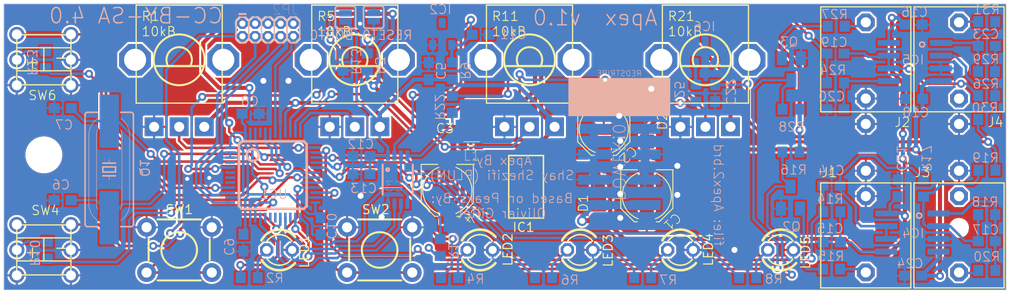
<source format=kicad_pcb>
(kicad_pcb (version 20240108) (generator "pcbnew") (generator_version "8.0")
  (layers (0 "F.Cu" signal) (31 "B.Cu" signal) (34 "B.Paste" user) (35 "F.Paste" user) (36 "B.SilkS" user "B.Silkscreen") (37 "F.SilkS" user "F.Silkscreen") (38 "B.Mask" user) (39 "F.Mask" user) (44 "Edge.Cuts" user))
  (net 0 "")
  (net 1 "GND")
  (net 2 "+3V3")
  (net 3 "N$7")
  (net 4 "N$8")
  (net 5 "BOOT_FLASH")
  (net 6 "RESET")
  (net 7 "JTDI")
  (net 8 "JTDO")
  (net 9 "JTCK")
  (net 10 "JTMS")
  (net 11 "DAC_SS")
  (net 12 "DAC_MOSI")
  (net 13 "DAC_SCK")
  (net 14 "TRIG_1")
  (net 15 "POT_2")
  (net 16 "+3V3_A")
  (net 17 "N$57")
  (net 18 "N$66")
  (net 19 "SW_MODE")
  (net 20 "SW_DUAL")
  (net 21 "N$3")
  (net 22 "N$4")
  (net 23 "N$5")
  (net 24 "N$6")
  (net 25 "N$10")
  (net 26 "N$11")
  (net 27 "N$12")
  (net 28 "N$13")
  (net 29 "AREF_2.5")
  (net 30 "A")
  (net 31 "B")
  (net 32 "N$2")
  (net 33 "N$9")
  (net 34 "N$16")
  (net 35 "N$17")
  (net 36 "N$18")
  (net 37 "N$1")
  (net 38 "N$14")
  (net 39 "TRIG_2")
  (net 40 "SW_TRIG_1")
  (net 41 "SW_TRIG_2")
  (net 42 "RX")
  (net 43 "TX")
  (net 44 "POT_1")
  (net 45 "POT_3")
  (net 46 "POT_4")
  (net 47 "N$19")
  (net 48 "AREF_-10")
  (net 49 "N$42")
  (net 50 "N$43")
  (net 51 "N$45")
  (net 52 "BI_OUT")
  (net 53 "F_CV")
  (net 54 "N$15")
  (net 55 "N$20")
  (net 56 "N$21")
  (net 57 "BI_OUT1")
  (net 58 "F_CV1")
  (net 59 "VCC")
  (net 60 "VEE")
  (net 61 "N$24")
  (net 62 "N$22")
  (net 63 "N$23")
  (net 64 "N$25")
  (footprint "Apex3:POT-ALPS_ALPS_POT_VERTICAL" (layer "F.Cu") (at 150.9511 96.3036 180)
    (property "Reference" "R11")
    (property "Value" "10kB")
  )
  (footprint "Apex3:HIGHLY_PB64149L" (layer "F.Cu") (at 102.5011 115.3036 -90)
    (property "Reference" "SW4")
    (property "Value" "HIGHLY_PB6149L" (hide yes))
  )
  (footprint "Apex3:PANASONIC_C" (layer "F.Cu") (at 162.6511 109.8936 -90)
    (property "Reference" "C1")
    (property "Value" "22u")
  )
  (footprint "Apex3:TACTILE-PTH" (layer "F.Cu") (at 136.0011 115.3036)
    (property "Reference" "SW2")
    (property "Value" "" (hide yes))
  )
  (footprint "Apex3:POT-ALPS_ALPS_POT_VERTICAL" (layer "F.Cu") (at 116.0011 96.3036 180)
    (property "Reference" "R1")
    (property "Value" "10kB")
  )
  (footprint "Apex3:LED3MM" (layer "F.Cu") (at 156.0011 115.3036)
    (property "Reference" "LED3")
    (property "Value" "")
  )
  (footprint "Apex3:OG-PJ301_WQP_PJ_301M6_NO_HOLE" (layer "F.Cu") (at 184.5011 97.0036)
    (property "Reference" "J2")
    (property "Value" "OG-PJ301_PJ301_THONKICONN" (hide yes))
  )
  (footprint "Apex3:TACTILE-PTH" (layer "F.Cu") (at 116.0011 115.3036)
    (property "Reference" "SW1")
    (property "Value" "" (hide yes))
  )
  (footprint "Apex3:LED3MM" (layer "F.Cu") (at 166.0011 115.3036)
    (property "Reference" "LED4")
    (property "Value" "")
  )
  (footprint "Apex3:SOD123" (layer "F.Cu") (at 157.7711 110.4736 -90)
    (property "Reference" "D1")
    (property "Value" "1N5819HW")
  )
  (footprint "Apex3:OG-PJ301_WQP_PJ_301M6_NO_HOLE" (layer "F.Cu") (at 193.8011 113.1036 180)
    (property "Reference" "J3")
    (property "Value" "OG-PJ301_PJ301_THONKICONN" (hide yes))
  )
  (footprint "Apex3:0603" (layer "F.Cu") (at 145.1911 104.8936)
    (property "Reference" "L1")
    (property "Value" "")
  )
  (footprint "Apex3:LED3MM" (layer "F.Cu") (at 176.0011 115.3036)
    (property "Reference" "LED5")
    (property "Value" "")
  )
  (footprint "Apex3:C0603" (layer "F.Cu") (at 145.1611 103.0136)
    (property "Reference" "C3")
    (property "Value" "100n")
  )
  (footprint "Apex3:PANASONIC_C" (layer "F.Cu") (at 142.7511 109.3536 -90)
    (property "Reference" "C4")
    (property "Value" "22u")
  )
  (footprint "Apex3:SOT223" (layer "F.Cu") (at 150.6111 108.9936 90)
    (property "Reference" "IC1")
    (property "Value" "LM1117-3.3")
  )
  (footprint "Apex3:LED3MM" (layer "F.Cu") (at 146.0011 115.3036)
    (property "Reference" "LED2")
    (property "Value" "")
  )
  (footprint "Apex3:HIGHLY_PB64149L" (layer "F.Cu") (at 102.5011 96.3036 -90)
    (property "Reference" "SW6")
    (property "Value" "HIGHLY_PB6149L" (hide yes))
  )
  (footprint "Apex3:OG-PJ301_WQP_PJ_301M6_NO_HOLE" (layer "F.Cu") (at 184.5011 113.1036 180)
    (property "Reference" "J1")
    (property "Value" "OG-PJ301_PJ301_THONKICONN" (hide yes))
  )
  (footprint "Apex3:OG-PJ301_WQP_PJ_301M6_NO_HOLE" (layer "F.Cu") (at 193.8011 97.0036)
    (property "Reference" "J4")
    (property "Value" "OG-PJ301_PJ301_THONKICONN" (hide yes))
  )
  (footprint "" (layer "F.Cu") (at 102.5011 105.8036)
    (property "Reference" "@HOLE0" (hide yes))
    (property "Value" "")
  )
  (footprint "Apex3:SOD123" (layer "F.Cu") (at 162.6711 102.5736 -90)
    (property "Reference" "D2")
    (property "Value" "1N5819HW")
  )
  (footprint "Apex3:LED3MM" (layer "F.Cu") (at 126.0011 115.3036)
    (property "Reference" "LED1")
    (property "Value" "")
  )
  (footprint "Apex3:POT-ALPS_ALPS_POT_VERTICAL" (layer "F.Cu") (at 133.5211 96.3036 180)
    (property "Reference" "R5")
    (property "Value" "10kB")
  )
  (footprint "Apex3:PANASONIC_C" (layer "F.Cu") (at 158.3611 103.2536 -90)
    (property "Reference" "C2")
    (property "Value" "22u")
  )
  (footprint "Apex3:POT-ALPS_ALPS_POT_VERTICAL" (layer "F.Cu") (at 168.5011 96.3036 180)
    (property "Reference" "R21")
    (property "Value" "10kB")
  )
  (footprint "Apex3:C0603" (layer "B.Cu") (at 146.0711 93.7936)
    (property "Reference" "C11")
    (property "Value" "470n")
  )
  (footprint "Apex3:C0603" (layer "B.Cu") (at 169.4711 99.6436 -90)
    (property "Reference" "C22")
    (property "Value" "470n")
  )
  (footprint "Apex3:C0603" (layer "B.Cu") (at 196.5711 94.9136 180)
    (property "Reference" "C23")
    (property "Value" "18p")
  )
  (footprint "Apex3:R0603" (layer "B.Cu") (at 181.4811 98.6036 180)
    (property "Reference" "R24")
    (property "Value" "39k")
  )
  (footprint "Apex3:C0603" (layer "B.Cu") (at 196.5711 114.4336)
    (property "Reference" "C17")
    (property "Value" "18p")
  )
  (footprint "Apex3:R0603" (layer "B.Cu") (at 143.2511 100.7536 -90)
    (property "Reference" "R22")
    (property "Value" "39k")
  )
  (footprint "Apex3:R0603" (layer "B.Cu") (at 172.7111 118.0736 180)
    (property "Reference" "R8")
    (property "Value" "100")
  )
  (footprint "Apex3:C0603" (layer "B.Cu") (at 189.2211 117.8736)
    (property "Reference" "C24")
    (property "Value" "100n")
  )
  (footprint "Apex3:C0603" (layer "B.Cu") (at 134.1711 107.7336 180)
    (property "Reference" "C13")
    (property "Value" "3.3u")
  )
  (footprint "Apex3:R0603" (layer "B.Cu") (at 102.8511 115.3336 -90)
    (property "Reference" "R10")
    (property "Value" "33")
  )
  (footprint "Apex3:2X5-1.27" (layer "B.Cu") (at 126.1211 93.9536 -90)
    (property "Reference" "JP2")
    (property "Value" "M05X2MINIJTAG")
  )
  (footprint "Apex3:R0603" (layer "B.Cu") (at 167.5511 99.6336 90)
    (property "Reference" "R25")
    (property "Value" "3.3k")
  )
  (footprint "Apex3:C0603" (layer "B.Cu") (at 104.3911 101.1336)
    (property "Reference" "C7")
    (property "Value" "18p")
  )
  (footprint "Apex3:R0603" (layer "B.Cu") (at 196.5811 107.3336)
    (property "Reference" "R19")
    (property "Value" "309k")
  )
  (footprint "Apex3:C0603" (layer "B.Cu") (at 181.1111 114.5436 180)
    (property "Reference" "C15")
    (property "Value" "220p")
  )
  (footprint "Apex3:LQFP48" (layer "B.Cu") (at 125.3411 107.8236)
    (property "Reference" "UC1")
    (property "Value" "STM32F103CBT6")
  )
  (footprint "Apex3:HC49UP" (layer "B.Cu") (at 109.0211 107.2636 90)
    (property "Reference" "Q1")
    (property "Value" "8MHz")
  )
  (footprint "Apex3:SOT23-BEC" (layer "B.Cu") (at 176.9911 110.0636 180)
    (property "Reference" "Q2")
    (property "Value" "MMBT3904")
  )
  (footprint "Apex3:R0603" (layer "B.Cu") (at 132.3511 96.5336 90)
    (property "Reference" "R13")
    (property "Value" "10k")
  )
  (footprint "Apex3:C0603" (layer "B.Cu") (at 122.4111 114.5736 -90)
    (property "Reference" "C9")
    (property "Value" "100n")
  )
  (footprint "Apex3:R0603" (layer "B.Cu") (at 162.2311 118.0736 180)
    (property "Reference" "R7")
    (property "Value" "100")
  )
  (footprint "Apex3:C0603" (layer "B.Cu") (at 140.8911 97.4336 90)
    (property "Reference" "C5")
    (property "Value" "100n")
  )
  (footprint "Apex3:R0603" (layer "B.Cu") (at 143.2511 97.4136 90)
    (property "Reference" "R9")
    (property "Value" "3.3k")
  )
  (footprint "Apex3:SOT23-BEC" (layer "B.Cu") (at 177.0811 97.2436)
    (property "Reference" "Q3")
    (property "Value" "MMBT3904")
  )
  (footprint "Apex3:C0603" (layer "B.Cu") (at 181.4811 95.6736)
    (property "Reference" "C19")
    (property "Value" "220p")
  )
  (footprint "Apex3:DBZ_R-PDSO-G3" (layer "B.Cu") (at 142.2411 93.7236 180)
    (property "Reference" "IC2")
    (property "Value" "LM4040B25")
  )
  (footprint "Apex3:R0603" (layer "B.Cu") (at 177.0511 101.2336)
    (property "Reference" "R28")
    (property "Value" "10k")
  )
  (footprint "Apex3:R0603" (layer "B.Cu") (at 196.5611 111.7836 180)
    (property "Reference" "R18")
    (property "Value" "249k")
  )
  (footprint "Apex3:R0603" (layer "B.Cu") (at 181.0911 117.2136 180)
    (property "Reference" "R15")
    (property "Value" "100k")
  )
  (footprint "Apex3:SO08" (layer "B.Cu") (at 189.1511 113.5636 -90)
    (property "Reference" "IC4")
    (property "Value" "OPA2171")
  )
  (footprint "Apex3:DBZ_R-PDSO-G3" (layer "B.Cu") (at 168.4711 95.5236 180)
    (property "Reference" "IC6")
    (property "Value" "LM4040B10")
  )
  (footprint "Apex3:R0603" (layer "B.Cu") (at 196.5711 117.3536)
    (property "Reference" "R20")
    (property "Value" "1.0k")
  )
  (footprint "Apex3:R0603" (layer "B.Cu") (at 196.5511 99.8836 180)
    (property "Reference" "R26")
    (property "Value" "39k")
  )
  (footprint "Apex3:R0603" (layer "B.Cu") (at 196.5611 102.2636 180)
    (property "Reference" "R30")
    (property "Value" "309k")
  )
  (footprint "Apex3:C0603" (layer "B.Cu") (at 104.3711 110.3336)
    (property "Reference" "C6")
    (property "Value" "18p")
  )
  (footprint "Apex3:C0603" (layer "B.Cu") (at 189.3211 100.1936)
    (property "Reference" "C18")
    (property "Value" "100n")
  )
  (footprint "Apex3:R0603" (layer "B.Cu") (at 142.0511 115.0536 90)
    (property "Reference" "R12")
    (property "Value" "39k")
  )
  (footprint "Apex3:R0603" (layer "B.Cu") (at 122.9911 118.0736 180)
    (property "Reference" "R2")
    (property "Value" "100")
  )
  (footprint "Apex3:R0603" (layer "B.Cu") (at 190.2511 109.1336 90)
    (property "Reference" "R17")
    (property "Value" "39k")
  )
  (footprint "Apex3:R0603" (layer "B.Cu") (at 152.3511 118.0736 180)
    (property "Reference" "R6")
    (property "Value" "100")
  )
  (footprint "Apex3:MSOP-8" (layer "B.Cu") (at 137.8011 108.2736)
    (property "Reference" "IC3")
    (property "Value" "DAC8552")
  )
  (footprint "Apex3:SO08" (layer "B.Cu") (at 189.3811 96.5236 -90)
    (property "Reference" "IC5")
    (property "Value" "OPA2171")
  )
  (footprint "Apex3:C0603" (layer "B.Cu") (at 181.0911 108.8736)
    (property "Reference" "C14")
    (property "Value" "220p")
  )
  (footprint "Apex3:C0603" (layer "B.Cu") (at 187.6811 109.1336 90)
    (property "Reference" "C21")
    (property "Value" "100n")
  )
  (footprint "Apex3:SMT-JUMPER_2_NO_SILK_528" (layer "B.Cu") (at 132.5911 92.0636 -90)
    (property "Reference" "BOOT0")
    (property "Value" "BOOT")
  )
  (footprint "Apex3:R0603" (layer "B.Cu") (at 102.6711 96.2936 -90)
    (property "Reference" "R23")
    (property "Value" "33")
  )
  (footprint "Apex3:C0603" (layer "B.Cu") (at 181.4711 101.2336 180)
    (property "Reference" "C20")
    (property "Value" "220p")
  )
  (footprint "Apex3:R0603" (layer "B.Cu") (at 181.1111 111.4836 180)
    (property "Reference" "R14")
    (property "Value" "39k")
  )
  (footprint "Apex3:C0603" (layer "B.Cu") (at 134.1811 105.9136 180)
    (property "Reference" "C12")
    (property "Value" "100n")
  )
  (footprint "Apex3:C0603" (layer "B.Cu") (at 123.1211 101.6936)
    (property "Reference" "C8")
    (property "Value" "100n")
  )
  (footprint "Apex3:R0603" (layer "B.Cu") (at 196.5411 97.4736)
    (property "Reference" "R29")
    (property "Value" "249k")
  )
  (footprint "Apex3:R0603" (layer "B.Cu") (at 134.7711 96.5136 -90)
    (property "Reference" "R3")
    (property "Value" "10k")
  )
  (footprint "Apex3:SMT-JUMPER_2_NO_SILK_528" (layer "B.Cu") (at 135.4011 92.0436 -90)
    (property "Reference" "RESET0")
    (property "Value" "RESET")
  )
  (footprint "Apex3:2X05_SMT_HEADER" (layer "B.Cu") (at 159.9111 105.7436 -90)
    (property "Reference" "POWER!0")
    (property "Value" "POWER_SIMPLE" (hide yes))
  )
  (footprint "Apex3:R0603" (layer "B.Cu") (at 196.5611 92.4936)
    (property "Reference" "R31")
    (property "Value" "1.0k")
  )
  (footprint "Apex3:R0603" (layer "B.Cu") (at 142.9711 118.0736 180)
    (property "Reference" "R4")
    (property "Value" "100")
  )
  (footprint "Apex3:C0603" (layer "B.Cu") (at 189.2711 92.7936)
    (property "Reference" "C16")
    (property "Value" "100n")
  )
  (footprint "Apex3:R0603" (layer "B.Cu") (at 181.5511 92.9436 180)
    (property "Reference" "R27")
    (property "Value" "100k")
  )
  (footprint "Apex3:C0603" (layer "B.Cu") (at 130.1111 112.9236 -90)
    (property "Reference" "C10")
    (property "Value" "100n")
  )
  (footprint "Apex3:R0603" (layer "B.Cu") (at 177.0311 105.5236)
    (property "Reference" "R16")
    (property "Value" "10k")
  )
  (gr_circle (center 190.1211 94.7736) (end 190.3711 94.7736) (stroke (width 0.1524)) (fill none) (layer "B.SilkS"))
  (gr_circle (center 189.8211 111.8736) (end 190.0711 111.8736) (stroke (width 0.1524)) (fill none) (layer "B.SilkS"))
  (gr_line (start 198.5011 119.3036) (end 198.5011 90.7036) (stroke (width 0.05)) (layer "Edge.Cuts"))
  (gr_line (start 98.5011 90.7036) (end 98.5011 119.3036) (stroke (width 0.05)) (layer "Edge.Cuts"))
  (gr_line (start 198.5011 90.7036) (end 98.5011 90.7036) (stroke (width 0.05)) (layer "Edge.Cuts"))
  (gr_line (start 98.5011 119.3036) (end 198.5011 119.3036) (stroke (width 0.05)) (layer "Edge.Cuts"))
  (gr_text "Based on Peaks By:\nOlivier Gillet" (at 148.2011 110.9036 0) (layer "B.SilkS") (effects (font (size 0.93472 0.93472) (thickness 0.08128)) (justify mirror)))
  (gr_text "Apex By:\nShay Shezifi (PLUM)" (at 148.2011 107.1036 0) (layer "B.SilkS") (effects (font (size 0.93472 0.93472) (thickness 0.08128)) (justify mirror)))
  (gr_text "CC-BY-SA 4.0" (at 111.7011 91.9036 0) (layer "B.SilkS") (effects (font (size 1.542288 1.542288) (thickness 0.134112)) (justify mirror)))
  (gr_text "file: Apex2.brd" (at 169.8011 109.8036 270) (layer "B.SilkS") (effects (font (size 0.93472 0.93472) (thickness 0.08128)) (justify mirror)))
  (gr_text " Apex  v1.0" (at 165.0011 93.0036 0) (layer "B.SilkS") (effects (font (size 1.542288 1.542288) (thickness 0.134112)) (justify left bottom mirror)))
  (via (at 124.4011 98.4036) (size 1.0064) (drill 0.6) (layers "F.Cu" "B.Cu") (net 1))
  (via (at 160.0011 104.4036) (size 1.0064) (drill 0.6) (layers "F.Cu" "B.Cu") (net 1))
  (via (at 171.4011 115.3036) (size 1.0064) (drill 0.6) (layers "F.Cu" "B.Cu") (net 1))
  (via (at 159.9011 101.9036) (size 1.0064) (drill 0.6) (layers "F.Cu" "B.Cu") (net 1))
  (via (at 165.7011 109.8036) (size 1.0064) (drill 0.6) (layers "F.Cu" "B.Cu") (net 1))
  (via (at 160.0011 107.0036) (size 1.0064) (drill 0.6) (layers "F.Cu" "B.Cu") (net 1))
  (via (at 160.0011 112.1036) (size 1.0064) (drill 0.6) (layers "F.Cu" "B.Cu") (net 1))
  (via (at 134.0411 92.6936) (size 0.8064) (drill 0.4) (layers "F.Cu" "B.Cu") (net 1))
  (via (at 116.8011 108.2036) (size 0.8064) (drill 0.4) (layers "F.Cu" "B.Cu") (net 1))
  (via (at 126.9011 98.4036) (size 1.0064) (drill 0.6) (layers "F.Cu" "B.Cu") (net 1))
  (via (at 134.1011 109.9036) (size 1.0064) (drill 0.6) (layers "F.Cu" "B.Cu") (net 1))
  (via (at 160.0011 109.7036) (size 1.0064) (drill 0.6) (layers "F.Cu" "B.Cu") (net 1))
  (via (at 165.7011 106.9036) (size 1.0064) (drill 0.6) (layers "F.Cu" "B.Cu") (net 1))
  (via (at 119.0011 108.1036) (size 0.8064) (drill 0.4) (layers "F.Cu" "B.Cu") (net 1))
  (via (at 136.2011 112.0036) (size 1.0064) (drill 0.6) (layers "F.Cu" "B.Cu") (net 1))
  (segment (start 157.3711 105.7436) (end 157.3711 103.2036) (width 0.8128) (layer "B.Cu") (net 1))
  (segment (start 157.3711 108.2836) (end 157.3711 105.7436) (width 0.8128) (layer "B.Cu") (net 1))
  (segment (start 162.4511 103.2036) (end 162.4511 105.7436) (width 0.8128) (layer "B.Cu") (net 1))
  (segment (start 162.4511 105.7436) (end 157.3711 105.7436) (width 0.8128) (layer "B.Cu") (net 1))
  (segment (start 162.4511 103.2036) (end 157.3711 103.2036) (width 0.8128) (layer "B.Cu") (net 1))
  (segment (start 162.4511 105.7436) (end 162.4511 108.2836) (width 0.8128) (layer "B.Cu") (net 1))
  (segment (start 162.4511 108.2836) (end 157.3711 108.2836) (width 0.8128) (layer "B.Cu") (net 1))
  (segment (start 144.2911 104.8936) (end 144.3111 104.8736) (width 0.3048) (layer "F.Cu") (net 2))
  (segment (start 149.508862 101.3036) (end 145.7011 101.3036) (width 0.4064) (layer "F.Cu") (net 2))
  (segment (start 145.7011 101.3036) (end 144.3111 102.6936) (width 0.4064) (layer "F.Cu") (net 2))
  (segment (start 177.9011 96.9798) (end 173.5011 92.5798) (width 0.4064) (layer "F.Cu") (net 2))
  (segment (start 120.0011 99.1036) (end 123.0011 99.1036) (width 0.4064) (layer "F.Cu") (net 2))
  (segment (start 173.5011 92.5798) (end 153.57925 92.5798) (width 0.4064) (layer "F.Cu") (net 2))
  (segment (start 137.3011 91.7036) (end 122.5011 91.7036) (width 0.4064) (layer "F.Cu") (net 2))
  (segment (start 151.6365 108.9682) (end 148.6011 112.0036) (width 0.508) (layer "F.Cu") (net 2))
  (segment (start 145.7011 111.4036) (end 142.7511 111.4036) (width 0.508) (layer "F.Cu") (net 2))
  (segment (start 148.6011 112.0036) (end 146.3011 112.0036) (width 0.508) (layer "F.Cu") (net 2))
  (segment (start 153.57925 92.5798) (end 151.5011 94.65795) (width 0.4064) (layer "F.Cu") (net 2))
  (segment (start 146.3011 112.0036) (end 145.7011 111.4036) (width 0.508) (layer "F.Cu") (net 2))
  (segment (start 144.3111 104.8736) (end 144.3111 103.0136) (width 0.4064) (layer "F.Cu") (net 2))
  (segment (start 118.4011 94.6036) (end 118.4011 97.5036) (width 0.4064) (layer "F.Cu") (net 2))
  (segment (start 153.7607 108.9682) (end 151.6365 108.9682) (width 0.508) (layer "F.Cu") (net 2))
  (segment (start 122.5011 91.7036) (end 122.3011 91.9036) (width 0.4064) (layer "F.Cu") (net 2))
  (segment (start 151.5011 99.311363) (end 149.508862 101.3036) (width 0.4064) (layer "F.Cu") (net 2))
  (segment (start 142.7511 111.4036) (end 144.2911 109.8636) (width 0.4064) (layer "F.Cu") (net 2))
  (segment (start 151.5011 94.65795) (end 151.5011 99.311363) (width 0.4064) (layer "F.Cu") (net 2))
  (segment (start 144.3111 102.6936) (end 144.3111 103.0136) (width 0.4064) (layer "F.Cu") (net 2))
  (segment (start 118.4011 97.5036) (end 120.0011 99.1036) (width 0.4064) (layer "F.Cu") (net 2))
  (segment (start 144.2911 109.8636) (end 144.2911 104.8936) (width 0.4064) (layer "F.Cu") (net 2))
  (segment (start 144.3111 103.0136) (end 139.5111 103.0136) (width 0.4064) (layer "F.Cu") (net 2))
  (segment (start 122.5011 91.7036) (end 121.3011 91.7036) (width 0.4064) (layer "F.Cu") (net 2))
  (segment (start 121.3011 91.7036) (end 118.4011 94.6036) (width 0.4064) (layer "F.Cu") (net 2))
  (segment (start 122.3011 91.9036) (end 122.3011 92.6836) (width 0.4064) (layer "F.Cu") (net 2))
  (segment (start 177.9011 96.9798) (end 177.9011 103.3036) (width 0.4064) (layer "F.Cu") (net 2))
  (segment (start 122.3111 92.6836) (end 122.3011 92.6836) (width 0.254) (layer "F.Cu") (net 2))
  (segment (start 139.5111 103.0136) (end 135.4011 98.9036) (width 0.4064) (layer "F.Cu") (net 2))
  (via (at 135.4011 98.9036) (size 0.8064) (drill 0.4) (layers "F.Cu" "B.Cu") (net 2))
  (via (at 123.0011 99.1036) (size 0.8064) (drill 0.4) (layers "F.Cu" "B.Cu") (net 2))
  (via (at 177.9011 103.3036) (size 0.8064) (drill 0.4) (layers "F.Cu" "B.Cu") (net 2))
  (via (at 137.3011 91.7036) (size 0.8064) (drill 0.4) (layers "F.Cu" "B.Cu") (net 2))
  (segment (start 134.7711 98.2736) (end 135.4011 98.9036) (width 0.4064) (layer "B.Cu") (net 2))
  (segment (start 123.0011 100.9636) (end 123.0011 99.1036) (width 0.254) (layer "B.Cu") (net 2))
  (segment (start 122.896118 109.750782) (end 122.8433 109.8036) (width 0.254) (layer "B.Cu") (net 2))
  (segment (start 122.4111 113.7236) (end 122.5911 113.5436) (width 0.254) (layer "B.Cu") (net 2))
  (segment (start 122.6339 103.6164) (end 122.6339 104.970738) (width 0.254) (layer "B.Cu") (net 2))
  (segment (start 177.9011 105.5036) (end 177.8811 105.5236) (width 0.4064) (layer "B.Cu") (net 2))
  (segment (start 121.5311 103.5736) (end 122.5911 103.5736) (width 0.254) (layer "B.Cu") (net 2))
  (segment (start 122.5911 103.5736) (end 122.5911 102.8936) (width 0.254) (layer "B.Cu") (net 2))
  (segment (start 130.1111 112.0736) (end 129.5911 111.5536) (width 0.254) (layer "B.Cu") (net 2))
  (segment (start 129.5911 111.5536) (end 129.5911 110.5736) (width 0.254) (layer "B.Cu") (net 2))
  (segment (start 177.8811 101.2536) (end 177.9011 101.2336) (width 0.254) (layer "B.Cu") (net 2))
  (segment (start 122.5911 102.8936) (end 122.2711 102.5736) (width 0.254) (layer "B.Cu") (net 2))
  (segment (start 177.9011 101.2736) (end 177.8811 101.2536) (width 0.4064) (layer "B.Cu") (net 2))
  (segment (start 135.9011 95.0036) (end 135.9011 98.4036) (width 0.4064) (layer "B.Cu") (net 2))
  (segment (start 177.9011 101.2736) (end 177.9011 103.3036) (width 0.4064) (layer "B.Cu") (net 2))
  (segment (start 122.5911 110.1558) (end 122.8433 109.9036) (width 0.254) (layer "B.Cu") (net 2))
  (segment (start 122.6339 104.970738) (end 122.8433 105.180138) (width 0.254) (layer "B.Cu") (net 2))
  (segment (start 122.2711 102.5736) (end 122.2711 101.6936) (width 0.254) (layer "B.Cu") (net 2))
  (segment (start 121.0911 104.0136) (end 121.5311 103.5736) (width 0.254) (layer "B.Cu") (net 2))
  (segment (start 137.3011 91.7036) (end 137.3011 93.6036) (width 0.4064) (layer "B.Cu") (net 2))
  (segment (start 129.7411 111.7036) (end 128.9011 111.7036) (width 0.254) (layer "B.Cu") (net 2))
  (segment (start 126.948281 109.750782) (end 128.9011 111.7036) (width 0.254) (layer "B.Cu") (net 2))
  (segment (start 123.3011 109.750782) (end 122.896118 109.750782) (width 0.254) (layer "B.Cu") (net 2))
  (segment (start 177.9011 103.3036) (end 177.9011 105.5036) (width 0.4064) (layer "B.Cu") (net 2))
  (segment (start 130.1111 112.0736) (end 129.7411 111.7036) (width 0.254) (layer "B.Cu") (net 2))
  (segment (start 134.7711 97.3636) (end 134.7711 98.2736) (width 0.4064) (layer "B.Cu") (net 2))
  (segment (start 137.3011 93.6036) (end 135.9011 95.0036) (width 0.4064) (layer "B.Cu") (net 2))
  (segment (start 122.8433 109.9036) (end 122.8433 109.8036) (width 0.254) (layer "B.Cu") (net 2))
  (segment (start 122.5911 112.0736) (end 122.5911 110.1558) (width 0.254) (layer "B.Cu") (net 2))
  (segment (start 123.300018 109.7497) (end 123.3011 109.750782) (width 0.254) (layer "B.Cu") (net 2))
  (segment (start 122.6339 103.6164) (end 122.5911 103.5736) (width 0.254) (layer "B.Cu") (net 2))
  (segment (start 121.0911 105.0736) (end 121.0911 104.0136) (width 0.254) (layer "B.Cu") (net 2))
  (segment (start 123.3011 109.750782) (end 126.948281 109.750782) (width 0.254) (layer "B.Cu") (net 2))
  (segment (start 122.5911 113.5436) (end 122.5911 112.0736) (width 0.254) (layer "B.Cu") (net 2))
  (segment (start 135.9011 98.4036) (end 135.4011 98.9036) (width 0.4064) (layer "B.Cu") (net 2))
  (segment (start 122.2711 101.6936) (end 123.0011 100.9636) (width 0.254) (layer "B.Cu") (net 2))
  (segment (start 122.8433 109.8036) (end 122.8433 105.180138) (width 0.254) (layer "B.Cu") (net 2))
  (segment (start 125.5961 107.2086) (end 126.0311 107.6436) (width 0.254) (layer "F.Cu") (net 3))
  (segment (start 123.173018 106.4752) (end 123.906418 107.2086) (width 0.254) (layer "F.Cu") (net 3))
  (segment (start 123.906418 107.2086) (end 125.5961 107.2086) (width 0.254) (layer "F.Cu") (net 3))
  (segment (start 113.9249 106.4752) (end 123.173018 106.4752) (width 0.254) (layer "F.Cu") (net 3))
  (segment (start 113.1611 105.7114) (end 113.9249 106.4752) (width 0.254) (layer "F.Cu") (net 3))
  (segment (start 126.0311 107.6436) (end 126.0051 107.6176) (width 0.254) (layer "F.Cu") (net 3))
  (via (at 126.0311 107.6436) (size 0.8064) (drill 0.4) (layers "F.Cu" "B.Cu") (net 3))
  (via (at 113.1611 105.7114) (size 0.8064) (drill 0.4) (layers "F.Cu" "B.Cu") (net 3))
  (segment (start 126.0311 107.6436) (end 126.0311 106.880182) (width 0.254) (layer "B.Cu") (net 3))
  (segment (start 109.8873 102.4376) (end 109.3011 102.4376) (width 0.254) (layer "B.Cu") (net 3))
  (segment (start 109.3011 102.4376) (end 106.52589 102.418391) (width 0.254) (layer "B.Cu") (net 3))
  (segment (start 109.3011 102.4376) (end 109.0211 102.4376) (width 0.254) (layer "B.Cu") (net 3))
  (segment (start 125.227809 106.076891) (end 125.227809 105.176891) (width 0.254) (layer "B.Cu") (net 3))
  (segment (start 124.6011 104.550182) (end 124.6011 103.5836) (width 0.254) (layer "B.Cu") (net 3))
  (segment (start 125.227809 105.176891) (end 124.6011 104.550182) (width 0.254) (layer "B.Cu") (net 3))
  (segment (start 124.6011 103.5836) (end 124.5911 103.5736) (width 0.254) (layer "B.Cu") (net 3))
  (segment (start 113.1611 105.7114) (end 109.8873 102.4376) (width 0.254) (layer "B.Cu") (net 3))
  (segment (start 105.2411 101.1336) (end 106.52589 102.418391) (width 0.254) (layer "B.Cu") (net 3))
  (segment (start 126.0311 106.880182) (end 125.227809 106.076891) (width 0.254) (layer "B.Cu") (net 3))
  (segment (start 114.5011 105.7036) (end 123.048 105.7036) (width 0.254) (layer "F.Cu") (net 4))
  (segment (start 126.5489 106.7514) (end 126.794996 106.997497) (width 0.254) (layer "F.Cu") (net 4))
  (segment (start 123.048 105.7036) (end 124.0958 106.7514) (width 0.254) (layer "F.Cu") (net 4))
  (segment (start 124.0958 106.7514) (end 126.5489 106.7514) (width 0.254) (layer "F.Cu") (net 4))
  (via (at 114.5011 105.7036) (size 0.8064) (drill 0.4) (layers "F.Cu" "B.Cu") (net 4))
  (via (at 126.794996 106.997497) (size 0.8064) (drill 0.4) (layers "F.Cu" "B.Cu") (net 4))
  (segment (start 114.5011 109.3036) (end 114.5011 105.7036) (width 0.254) (layer "B.Cu") (net 4))
  (segment (start 107.7311 110.3336) (end 109.2541 111.8566) (width 0.254) (layer "B.Cu") (net 4))
  (segment (start 125.685018 104.987519) (end 125.0911 104.3936) (width 0.254) (layer "B.Cu") (net 4))
  (segment (start 109.2541 111.8566) (end 110.4071 110.7036) (width 0.254) (layer "B.Cu") (net 4))
  (segment (start 125.0911 104.3936) (end 125.0911 103.5736) (width 0.254) (layer "B.Cu") (net 4))
  (segment (start 109.0211 112.0896) (end 109.2541 111.8566) (width 0.254) (layer "B.Cu") (net 4))
  (segment (start 113.1011 110.7036) (end 114.5011 109.3036) (width 0.254) (layer "B.Cu") (net 4))
  (segment (start 125.685018 105.887519) (end 125.685018 104.987519) (width 0.254) (layer "B.Cu") (net 4))
  (segment (start 126.794996 106.997497) (end 125.685018 105.887519) (width 0.254) (layer "B.Cu") (net 4))
  (segment (start 105.2211 110.3336) (end 107.7311 110.3336) (width 0.254) (layer "B.Cu") (net 4))
  (segment (start 110.4071 110.7036) (end 113.1011 110.7036) (width 0.254) (layer "B.Cu") (net 4))
  (segment (start 119.5917 107.2086) (end 116.9011 107.2086) (width 0.254) (layer "F.Cu") (net 5))
  (segment (start 131.8011 95.0036) (end 131.8011 96.7036) (width 0.254) (layer "F.Cu") (net 5))
  (segment (start 131.8011 96.7036) (end 128.6345 99.8702) (width 0.254) (layer "F.Cu") (net 5))
  (segment (start 118.4345 99.8702) (end 128.6345 99.8702) (width 0.254) (layer "F.Cu") (net 5))
  (segment (start 131.1011 94.3036) (end 131.8011 95.0036) (width 0.254) (layer "F.Cu") (net 5))
  (segment (start 118.3011 100.0036) (end 118.4345 99.8702) (width 0.254) (layer "F.Cu") (net 5))
  (via (at 118.3011 100.0036) (size 0.8064) (drill 0.4) (layers "F.Cu" "B.Cu") (net 5))
  (via (at 116.9011 107.2086) (size 0.8064) (drill 0.4) (layers "F.Cu" "B.Cu") (net 5))
  (via (at 119.5917 107.2086) (size 0.8064) (drill 0.4) (layers "F.Cu" "B.Cu") (net 5))
  (via (at 131.1011 94.3036) (size 0.8064) (drill 0.4) (layers "F.Cu" "B.Cu") (net 5))
  (segment (start 131.0011 94.2036) (end 131.0011 92.3972) (width 0.254) (layer "B.Cu") (net 5))
  (segment (start 117.2419 106.8678) (end 116.9011 107.2086) (width 0.254) (layer "B.Cu") (net 5))
  (segment (start 131.1011 94.4336) (end 131.1011 94.3036) (width 0.254) (layer "B.Cu") (net 5))
  (segment (start 118.3011 100.0036) (end 117.2419 101.0628) (width 0.254) (layer "B.Cu") (net 5))
  (segment (start 131.0011 92.3972) (end 131.7411 91.6572) (width 0.254) (layer "B.Cu") (net 5))
  (segment (start 132.3511 95.6836) (end 132.3511 95.938469) (width 0.254) (layer "B.Cu") (net 5))
  (segment (start 119.7267 107.0736) (end 119.5917 107.2086) (width 0.254) (layer "B.Cu") (net 5))
  (segment (start 132.5911 91.6572) (end 131.7411 91.6572) (width 0.254) (layer "B.Cu") (net 5))
  (segment (start 132.3511 95.6836) (end 131.1011 94.4336) (width 0.254) (layer "B.Cu") (net 5))
  (segment (start 121.0911 107.0736) (end 119.7267 107.0736) (width 0.254) (layer "B.Cu") (net 5))
  (segment (start 131.1011 94.3036) (end 131.0011 94.2036) (width 0.254) (layer "B.Cu") (net 5))
  (segment (start 117.2419 101.0628) (end 117.2419 106.8678) (width 0.254) (layer "B.Cu") (net 5))
  (segment (start 133.9011 93.4036) (end 134.8011 94.3036) (width 0.254) (layer "F.Cu") (net 6))
  (segment (start 127.3911 93.9536) (end 129.6511 93.9536) (width 0.254) (layer "F.Cu") (net 6))
  (segment (start 129.6511 93.9536) (end 130.2011 93.4036) (width 0.254) (layer "F.Cu") (net 6))
  (segment (start 130.2011 93.4036) (end 133.9011 93.4036) (width 0.254) (layer "F.Cu") (net 6))
  (via (at 134.8011 94.3036) (size 0.8064) (drill 0.4) (layers "F.Cu" "B.Cu") (net 6))
  (segment (start 134.7711 94.3336) (end 134.7711 95.6636) (width 0.254) (layer "B.Cu") (net 6))
  (segment (start 127.2011 95.3036) (end 127.2011 94.1436) (width 0.254) (layer "B.Cu") (net 6))
  (segment (start 127.3911 93.9536) (end 127.2011 94.1436) (width 0.254) (layer "B.Cu") (net 6))
  (segment (start 134.8011 94.3036) (end 134.7711 94.3336) (width 0.254) (layer "B.Cu") (net 6))
  (segment (start 135.2411 95.6636) (end 134.7711 95.6636) (width 0.254) (layer "B.Cu") (net 6))
  (segment (start 135.4011 93.7036) (end 135.4011 92.45) (width 0.254) (layer "B.Cu") (net 6))
  (segment (start 134.8011 94.3036) (end 135.4011 93.7036) (width 0.254) (layer "B.Cu") (net 6))
  (segment (start 125.5911 103.5736) (end 125.5911 96.9136) (width 0.254) (layer "B.Cu") (net 6))
  (segment (start 125.5911 96.9136) (end 127.2011 95.3036) (width 0.254) (layer "B.Cu") (net 6))
  (segment (start 120.9917 102.6036) (end 120.9917 103.484588) (width 0.254) (layer "F.Cu") (net 7))
  (segment (start 120.9917 103.484588) (end 121.8245 104.317388) (width 0.254) (layer "F.Cu") (net 7))
  (via (at 120.9917 102.6036) (size 0.8064) (drill 0.4) (layers "F.Cu" "B.Cu") (net 7))
  (via (at 121.8245 104.317388) (size 0.8064) (drill 0.4) (layers "F.Cu" "B.Cu") (net 7))
  (segment (start 121.0911 110.0736) (end 122.0011 110.0736) (width 0.254) (layer "B.Cu") (net 7))
  (segment (start 126.1211 94.776763) (end 126.1211 93.9536) (width 0.254) (layer "B.Cu") (net 7))
  (segment (start 122.1767 104.669588) (end 121.8245 104.317388) (width 0.254) (layer "B.Cu") (net 7))
  (segment (start 120.9155 102.6036) (end 120.9917 102.6036) (width 0.254) (layer "B.Cu") (net 7))
  (segment (start 120.9917 102.6036) (end 120.7155 102.3274) (width 0.254) (layer "B.Cu") (net 7))
  (segment (start 120.7155 102.4036) (end 120.9155 102.6036) (width 0.254) (layer "B.Cu") (net 7))
  (segment (start 122.3861 105.369519) (end 122.1767 105.160119) (width 0.254) (layer "B.Cu") (net 7))
  (segment (start 122.3861 109.6886) (end 122.0011 110.0736) (width 0.254) (layer "B.Cu") (net 7))
  (segment (start 120.7155 102.4036) (end 120.7155 102.3274) (width 0.254) (layer "B.Cu") (net 7))
  (segment (start 120.7155 100.182363) (end 126.1211 94.776763) (width 0.254) (layer "B.Cu") (net 7))
  (segment (start 122.1767 105.160119) (end 122.1767 104.669588) (width 0.254) (layer "B.Cu") (net 7))
  (segment (start 120.7155 102.3274) (end 120.7155 100.182363) (width 0.254) (layer "B.Cu") (net 7))
  (segment (start 122.3861 109.6886) (end 122.3861 105.369519) (width 0.254) (layer "B.Cu") (net 7))
  (segment (start 119.904887 109.837) (end 119.297312 109.837) (width 0.254) (layer "B.Cu") (net 8))
  (segment (start 120.168287 109.5736) (end 119.904887 109.837) (width 0.254) (layer "B.Cu") (net 8))
  (segment (start 120.2583 99.992982) (end 120.2583 104.792982) (width 0.254) (layer "B.Cu") (net 8))
  (segment (start 121.0911 109.5736) (end 120.168287 109.5736) (width 0.254) (layer "B.Cu") (net 8))
  (segment (start 118.1583 106.892982) (end 120.2583 104.792982) (width 0.254) (layer "B.Cu") (net 8))
  (segment (start 124.8511 93.9536) (end 124.8511 95.400182) (width 0.254) (layer "B.Cu") (net 8))
  (segment (start 119.297312 109.837) (end 118.1583 108.697988) (width 0.254) (layer "B.Cu") (net 8))
  (segment (start 118.1583 106.892982) (end 118.1583 108.697988) (width 0.254) (layer "B.Cu") (net 8))
  (segment (start 124.8511 95.400182) (end 120.2583 99.992982) (width 0.254) (layer "B.Cu") (net 8))
  (segment (start 121.0911 110.5736) (end 119.387331 110.5736) (width 0.254) (layer "B.Cu") (net 9))
  (segment (start 117.7011 106.7036) (end 117.7011 108.887369) (width 0.254) (layer "B.Cu") (net 9))
  (segment (start 119.8011 104.6036) (end 117.7011 106.7036) (width 0.254) (layer "B.Cu") (net 9))
  (segment (start 119.8011 99.8036) (end 119.8011 104.6036) (width 0.254) (layer "B.Cu") (net 9))
  (segment (start 117.7011 108.887369) (end 119.387331 110.5736) (width 0.254) (layer "B.Cu") (net 9))
  (segment (start 123.5811 93.9536) (end 123.5811 96.0236) (width 0.254) (layer "B.Cu") (net 9))
  (segment (start 123.5811 96.0236) (end 119.8011 99.8036) (width 0.254) (layer "B.Cu") (net 9))
  (segment (start 125.3811 110.5594) (end 124.6369 111.3036) (width 0.254) (layer "F.Cu") (net 10))
  (segment (start 117.4185 111.3036) (end 115.1011 113.621) (width 0.254) (layer "F.Cu") (net 10))
  (segment (start 124.6369 111.3036) (end 117.4185 111.3036) (width 0.254) (layer "F.Cu") (net 10))
  (via (at 125.3811 110.5594) (size 0.8064) (drill 0.4) (layers "F.Cu" "B.Cu") (net 10))
  (via (at 115.1011 113.621) (size 0.8064) (drill 0.4) (layers "F.Cu" "B.Cu") (net 10))
  (segment (start 116.0011 112.721) (end 116.0011 105.639932) (width 0.254) (layer "B.Cu") (net 10))
  (segment (start 115.1011 113.621) (end 116.0011 112.721) (width 0.254) (layer "B.Cu") (net 10))
  (segment (start 123.5911 111.0136) (end 124.0453 110.5594) (width 0.254) (layer "B.Cu") (net 10))
  (segment (start 114.7203 97.2844) (end 118.0511 93.9536) (width 0.254) (layer "B.Cu") (net 10))
  (segment (start 116.0011 105.639932) (end 114.7203 104.359132) (width 0.254) (layer "B.Cu") (net 10))
  (segment (start 125.3811 110.5594) (end 124.0453 110.5594) (width 0.254) (layer "B.Cu") (net 10))
  (segment (start 123.5911 112.0736) (end 123.5911 111.0136) (width 0.254) (layer "B.Cu") (net 10))
  (segment (start 114.7203 104.359132) (end 114.7203 97.2844) (width 0.254) (layer "B.Cu") (net 10))
  (segment (start 125.3811 110.5036) (end 125.3811 110.5594) (width 0.254) (layer "B.Cu") (net 10))
  (segment (start 118.0511 93.9536) (end 122.3111 93.9536) (width 0.254) (layer "B.Cu") (net 10))
  (segment (start 129.638768 114.7464) (end 131.2011 114.7464) (width 0.254) (layer "B.Cu") (net 11))
  (segment (start 134.5011 111.1036) (end 134.5011 113.6464) (width 0.254) (layer "B.Cu") (net 11))
  (segment (start 129.638768 114.7464) (end 128.8011 113.908732) (width 0.254) (layer "B.Cu") (net 11))
  (segment (start 131.4725 114.475) (end 131.2011 114.7464) (width 0.254) (layer "B.Cu") (net 11))
  (segment (start 136.4011 109.2036) (end 134.5011 111.1036) (width 0.254) (layer "B.Cu") (net 11))
  (segment (start 138.8011 109.8036) (end 138.2011 109.2036) (width 0.254) (layer "B.Cu") (net 11))
  (segment (start 134.5011 113.6464) (end 133.7011 114.4464) (width 0.254) (layer "B.Cu") (net 11))
  (segment (start 136.4011 109.2036) (end 138.2011 109.2036) (width 0.254) (layer "B.Cu") (net 11))
  (segment (start 128.0911 112.0736) (end 128.8011 112.7836) (width 0.254) (layer "B.Cu") (net 11))
  (segment (start 128.8011 112.7836) (end 128.8011 113.908732) (width 0.254) (layer "B.Cu") (net 11))
  (segment (start 133.7011 114.4464) (end 131.511718 114.4464) (width 0.254) (layer "B.Cu") (net 11))
  (segment (start 131.4725 114.475) (end 131.483118 114.475) (width 0.254) (layer "B.Cu") (net 11))
  (segment (start 138.7761 110.6736) (end 138.8011 110.6486) (width 0.254) (layer "B.Cu") (net 11))
  (segment (start 131.483118 114.475) (end 131.511718 114.4464) (width 0.254) (layer "B.Cu") (net 11))
  (segment (start 138.8011 110.6486) (end 138.8011 109.8036) (width 0.254) (layer "B.Cu") (net 11))
  (segment (start 126.6011 113.2036) (end 126.6011 112.0836) (width 0.254) (layer "B.Cu") (net 12))
  (segment (start 135.5011 114.9036) (end 137.4761 112.9286) (width 0.254) (layer "B.Cu") (net 12))
  (segment (start 131.4011 115.2036) (end 131.7011 114.9036) (width 0.254) (layer "B.Cu") (net 12))
  (segment (start 128.6011 115.2036) (end 131.4011 115.2036) (width 0.254) (layer "B.Cu") (net 12))
  (segment (start 137.4761 112.9286) (end 137.4761 110.6736) (width 0.254) (layer "B.Cu") (net 12))
  (segment (start 131.7011 114.9036) (end 135.5011 114.9036) (width 0.254) (layer "B.Cu") (net 12))
  (segment (start 126.6011 112.0836) (end 126.5911 112.0736) (width 0.254) (layer "B.Cu") (net 12))
  (segment (start 128.6011 115.2036) (end 126.6011 113.2036) (width 0.254) (layer "B.Cu") (net 12))
  (segment (start 127.5911 113.2036) (end 128.9011 114.5136) (width 0.254) (layer "F.Cu") (net 13))
  (segment (start 128.9011 114.5136) (end 128.9011 115.937) (width 0.254) (layer "F.Cu") (net 13))
  (via (at 128.9011 115.937) (size 0.8064) (drill 0.4) (layers "F.Cu" "B.Cu") (net 13))
  (via (at 127.5911 113.2036) (size 0.8064) (drill 0.4) (layers "F.Cu" "B.Cu") (net 13))
  (segment (start 137.9333 113.117982) (end 135.690481 115.3608) (width 0.254) (layer "B.Cu") (net 13))
  (segment (start 129.1773 115.6608) (end 131.590481 115.6608) (width 0.254) (layer "B.Cu") (net 13))
  (segment (start 135.690481 115.3608) (end 131.890481 115.3608) (width 0.254) (layer "B.Cu") (net 13))
  (segment (start 137.9333 111.6964) (end 137.9333 113.117982) (width 0.254) (layer "B.Cu") (net 13))
  (segment (start 138.1261 111.5036) (end 137.9333 111.6964) (width 0.254) (layer "B.Cu") (net 13))
  (segment (start 138.1261 110.6736) (end 138.1261 111.5036) (width 0.254) (layer "B.Cu") (net 13))
  (segment (start 131.590481 115.6608) (end 131.890481 115.3608) (width 0.254) (layer "B.Cu") (net 13))
  (segment (start 128.9011 115.937) (end 129.1773 115.6608) (width 0.254) (layer "B.Cu") (net 13))
  (segment (start 127.5911 112.0736) (end 127.5911 113.2036) (width 0.254) (layer "B.Cu") (net 13))
  (segment (start 175.3527 116.7552) (end 141.3527 116.7552) (width 0.254) (layer "F.Cu") (net 14))
  (segment (start 141.3527 116.7552) (end 139.8011 115.2036) (width 0.254) (layer "F.Cu") (net 14))
  (segment (start 175.7011 117.1036) (end 175.3527 116.7552) (width 0.254) (layer "F.Cu") (net 14))
  (via (at 175.7011 117.1036) (size 0.8064) (drill 0.4) (layers "F.Cu" "B.Cu") (net 14))
  (via (at 139.8011 115.2036) (size 0.8064) (drill 0.4) (layers "F.Cu" "B.Cu") (net 14))
  (segment (start 129.2155 116.8036) (end 126.7011 116.8036) (width 0.254) (layer "B.Cu") (net 14))
  (segment (start 124.0911 112.0736) (end 124.0911 112.828257) (width 0.254) (layer "B.Cu") (net 14))
  (segment (start 173.3011 112.2036) (end 175.7011 114.6036) (width 0.254) (layer "B.Cu") (net 14))
  (segment (start 173.3011 99.2036) (end 173.3011 112.2036) (width 0.254) (layer "B.Cu") (net 14))
  (segment (start 126.7011 116.8036) (end 125.783771 115.886272) (width 0.254) (layer "B.Cu") (net 14))
  (segment (start 177.0811 98.3436) (end 176.2011 99.2236) (width 0.254) (layer "B.Cu") (net 14))
  (segment (start 131.779862 116.118) (end 129.9011 116.118) (width 0.254) (layer "B.Cu") (net 14))
  (segment (start 129.9011 116.118) (end 129.2155 116.8036) (width 0.254) (layer "B.Cu") (net 14))
  (segment (start 177.0811 98.3436) (end 174.1611 98.3436) (width 0.254) (layer "B.Cu") (net 14))
  (segment (start 175.7011 114.6036) (end 175.7011 117.1036) (width 0.254) (layer "B.Cu") (net 14))
  (segment (start 125.783771 115.886272) (end 125.783771 114.520929) (width 0.254) (layer "B.Cu") (net 14))
  (segment (start 139.1867 115.818) (end 132.079862 115.818) (width 0.254) (layer "B.Cu") (net 14))
  (segment (start 125.783771 114.520929) (end 124.0911 112.828257) (width 0.254) (layer "B.Cu") (net 14))
  (segment (start 139.8011 115.2036) (end 139.1867 115.818) (width 0.254) (layer "B.Cu") (net 14))
  (segment (start 176.2011 99.2236) (end 176.2011 101.2336) (width 0.254) (layer "B.Cu") (net 14))
  (segment (start 132.079862 115.818) (end 131.779862 116.118) (width 0.254) (layer "B.Cu") (net 14))
  (segment (start 174.1611 98.3436) (end 173.3011 99.2036) (width 0.254) (layer "B.Cu") (net 14))
  (segment (start 128.0911 102.650182) (end 129.113781 101.6275) (width 0.254) (layer "B.Cu") (net 15))
  (segment (start 132.725 101.6275) (end 133.5211 102.4236) (width 0.254) (layer "B.Cu") (net 15))
  (segment (start 133.5211 102.4236) (end 133.5211 103.0036) (width 0.254) (layer "B.Cu") (net 15))
  (segment (start 129.113781 101.6275) (end 132.725 101.6275) (width 0.254) (layer "B.Cu") (net 15))
  (segment (start 128.0911 103.5736) (end 128.0911 102.650182) (width 0.254) (layer "B.Cu") (net 15))
  (segment (start 134.8011 100.6036) (end 136.0211 101.8236) (width 0.4064) (layer "F.Cu") (net 16))
  (segment (start 171.0011 103.0036) (end 171.0011 98.1894) (width 0.4064) (layer "F.Cu") (net 16))
  (segment (start 152.1107 101.6632) (end 153.4511 103.0036) (width 0.4064) (layer "F.Cu") (net 16))
  (segment (start 136.0211 101.8236) (end 136.0211 103.0036) (width 0.4064) (layer "F.Cu") (net 16))
  (segment (start 120.8011 100.6036) (end 118.5011 102.9036) (width 0.4064) (layer "F.Cu") (net 16))
  (segment (start 145.8911 104.8936) (end 151.8611 104.8936) (width 0.4064) (layer "F.Cu") (net 16))
  (segment (start 118.5011 102.9036) (end 118.5011 103.0036) (width 0.4064) (layer "F.Cu") (net 16))
  (segment (start 151.8611 104.8936) (end 153.4511 103.0036) (width 0.4064) (layer "F.Cu") (net 16))
  (segment (start 127.6011 100.6036) (end 120.8011 100.6036) (width 0.4064) (layer "F.Cu") (net 16))
  (segment (start 166.0011 93.1894) (end 153.831756 93.1894) (width 0.4064) (layer "F.Cu") (net 16))
  (segment (start 127.6011 100.6036) (end 134.8011 100.6036) (width 0.4064) (layer "F.Cu") (net 16))
  (segment (start 171.0011 98.1894) (end 166.0011 93.1894) (width 0.4064) (layer "F.Cu") (net 16))
  (segment (start 152.1107 94.910457) (end 152.1107 101.6632) (width 0.4064) (layer "F.Cu") (net 16))
  (segment (start 153.831756 93.1894) (end 152.1107 94.910457) (width 0.4064) (layer "F.Cu") (net 16))
  (via (at 127.6011 100.6036) (size 0.8064) (drill 0.4) (layers "F.Cu" "B.Cu") (net 16))
  (segment (start 136.0011 102.9836) (end 136.0211 103.0036) (width 0.4064) (layer "B.Cu") (net 16))
  (segment (start 136.7861 105.9136) (end 136.8261 105.8736) (width 0.254) (layer "B.Cu") (net 16))
  (segment (start 143.2511 98.2636) (end 140.9111 98.2636) (width 0.4064) (layer "B.Cu") (net 16))
  (segment (start 139.4211 98.2836) (end 136.0011 101.7036) (width 0.4064) (layer "B.Cu") (net 16))
  (segment (start 136.0011 101.7036) (end 136.0011 102.9836) (width 0.4064) (layer "B.Cu") (net 16))
  (segment (start 135.0311 105.9136) (end 135.0311 107.7236) (width 0.254) (layer "B.Cu") (net 16))
  (segment (start 136.0011 102.568507) (end 136.0011 102.9836) (width 0.254) (layer "B.Cu") (net 16))
  (segment (start 149.7711 98.8336) (end 143.8211 98.8336) (width 0.4064) (layer "B.Cu") (net 16))
  (segment (start 126.5911 103.5736) (end 126.5911 101.6136) (width 0.254) (layer "B.Cu") (net 16))
  (segment (start 153.4511 102.5136) (end 153.4511 103.0036) (width 0.4064) (layer "B.Cu") (net 16))
  (segment (start 140.9111 98.2636) (end 140.8911 98.2836) (width 0.3048) (layer "B.Cu") (net 16))
  (segment (start 135.0211 107.7336) (end 135.0311 107.7236) (width 0.254) (layer "B.Cu") (net 16))
  (segment (start 136.0011 104.2036) (end 136.0011 102.9836) (width 0.254) (layer "B.Cu") (net 16))
  (segment (start 136.8261 105.0286) (end 136.0011 104.2036) (width 0.254) (layer "B.Cu") (net 16))
  (segment (start 140.8911 98.2836) (end 139.4211 98.2836) (width 0.4064) (layer "B.Cu") (net 16))
  (segment (start 153.4511 102.5136) (end 149.7711 98.8336) (width 0.4064) (layer "B.Cu") (net 16))
  (segment (start 143.8211 98.8336) (end 143.2511 98.2636) (width 0.4064) (layer "B.Cu") (net 16))
  (segment (start 132.5911 92.47) (end 133.7011 93.58) (width 0.254) (layer "B.Cu") (net 16))
  (segment (start 136.8261 105.8736) (end 136.8261 105.0286) (width 0.254) (layer "B.Cu") (net 16))
  (segment (start 136.7861 105.9136) (end 135.0311 105.9136) (width 0.254) (layer "B.Cu") (net 16))
  (segment (start 133.7011 100.268507) (end 136.0011 102.568507) (width 0.254) (layer "B.Cu") (net 16))
  (segment (start 126.5911 101.6136) (end 127.6011 100.6036) (width 0.254) (layer "B.Cu") (net 16))
  (segment (start 133.7011 93.58) (end 133.7011 100.268507) (width 0.254) (layer "B.Cu") (net 16))
  (segment (start 182.4011 92.9436) (end 184.1561 92.9436) (width 0.254) (layer "B.Cu") (net 17))
  (segment (start 184.1561 92.9436) (end 184.5011 92.5586) (width 0.254) (layer "B.Cu") (net 17))
  (segment (start 177.2611 92.9436) (end 176.1311 94.0736) (width 0.254) (layer "B.Cu") (net 18))
  (segment (start 180.7011 92.9436) (end 177.2611 92.9436) (width 0.254) (layer "B.Cu") (net 18))
  (segment (start 176.1311 94.0736) (end 176.1311 96.1436) (width 0.254) (layer "B.Cu") (net 18))
  (segment (start 124.034375 110.2942) (end 115.2249 110.2942) (width 0.254) (layer "F.Cu") (net 19))
  (segment (start 114.2011 111.318) (end 115.2249 110.2942) (width 0.254) (layer "F.Cu") (net 19))
  (segment (start 124.4911 108.9942) (end 124.4911 109.837475) (width 0.254) (layer "F.Cu") (net 19))
  (segment (start 114.2011 116.113) (end 112.7499 117.5642) (width 0.254) (layer "F.Cu") (net 19))
  (segment (start 114.2011 111.318) (end 114.2011 116.113) (width 0.254) (layer "F.Cu") (net 19))
  (segment (start 124.4911 109.837475) (end 124.034375 110.2942) (width 0.254) (layer "F.Cu") (net 19))
  (segment (start 119.2523 117.5642) (end 112.7499 117.5642) (width 0.254) (layer "F.Cu") (net 19))
  (via (at 124.4911 108.9942) (size 0.8064) (drill 0.4) (layers "F.Cu" "B.Cu") (net 19))
  (segment (start 123.3005 104.990757) (end 123.3005 107.710322) (width 0.254) (layer "B.Cu") (net 19))
  (segment (start 124.4911 108.900922) (end 124.4911 108.9942) (width 0.254) (layer "B.Cu") (net 19))
  (segment (start 123.0911 103.5736) (end 123.0911 104.781357) (width 0.254) (layer "B.Cu") (net 19))
  (segment (start 123.0911 104.781357) (end 123.3005 104.990757) (width 0.254) (layer "B.Cu") (net 19))
  (segment (start 123.3005 107.710322) (end 124.4911 108.900922) (width 0.254) (layer "B.Cu") (net 19))
  (segment (start 139.2523 117.5642) (end 132.7499 117.5642) (width 0.254) (layer "F.Cu") (net 20))
  (segment (start 127.4345 105.837) (end 124.693325 105.837) (width 0.254) (layer "F.Cu") (net 20))
  (segment (start 130.7011 116.2036) (end 132.0617 117.5642) (width 0.254) (layer "F.Cu") (net 20))
  (segment (start 132.0617 117.5642) (end 132.7499 117.5642) (width 0.254) (layer "F.Cu") (net 20))
  (segment (start 127.4345 105.837) (end 130.7011 109.1036) (width 0.254) (layer "F.Cu") (net 20))
  (segment (start 124.693325 105.837) (end 124.493325 106.037) (width 0.254) (layer "F.Cu") (net 20))
  (segment (start 130.7011 109.1036) (end 130.7011 116.2036) (width 0.254) (layer "F.Cu") (net 20))
  (via (at 124.493325 106.037) (size 0.8064) (drill 0.4) (layers "F.Cu" "B.Cu") (net 20))
  (segment (start 123.5911 103.5736) (end 123.5911 104.634766) (width 0.254) (layer "B.Cu") (net 20))
  (segment (start 123.5911 104.634766) (end 123.757706 104.801372) (width 0.254) (layer "B.Cu") (net 20))
  (segment (start 123.757706 104.801372) (end 123.757706 105.301382) (width 0.254) (layer "B.Cu") (net 20))
  (segment (start 123.757706 105.301382) (end 124.493325 106.037) (width 0.254) (layer "B.Cu") (net 20))
  (segment (start 144.7311 115.3036) (end 143.8211 116.2136) (width 0.254) (layer "B.Cu") (net 21))
  (segment (start 143.8211 116.2136) (end 143.8211 118.0736) (width 0.254) (layer "B.Cu") (net 21))
  (segment (start 154.7311 115.3036) (end 153.2011 116.8336) (width 0.254) (layer "B.Cu") (net 22))
  (segment (start 153.2011 116.8336) (end 153.2011 118.0736) (width 0.254) (layer "B.Cu") (net 22))
  (segment (start 163.0811 116.9536) (end 163.0811 118.0736) (width 0.254) (layer "B.Cu") (net 23))
  (segment (start 164.7311 115.3036) (end 163.0811 116.9536) (width 0.254) (layer "B.Cu") (net 23))
  (segment (start 174.7311 115.3036) (end 173.5611 116.4736) (width 0.254) (layer "B.Cu") (net 24))
  (segment (start 173.5611 116.4736) (end 173.5611 118.0736) (width 0.254) (layer "B.Cu") (net 24))
  (segment (start 130.6185 108.121) (end 130.6185 105.820857) (width 0.254) (layer "F.Cu") (net 25))
  (segment (start 140.705028 112.9036) (end 142.005028 114.2036) (width 0.254) (layer "F.Cu") (net 25))
  (segment (start 130.673125 105.766232) (end 130.673125 105.375625) (width 0.254) (layer "F.Cu") (net 25))
  (segment (start 140.705028 111.407529) (end 140.705028 112.9036) (width 0.254) (layer "F.Cu") (net 25))
  (segment (start 130.6185 105.820857) (end 130.673125 105.766232) (width 0.254) (layer "F.Cu") (net 25))
  (segment (start 142.005028 114.2036) (end 143.3011 114.2036) (width 0.254) (layer "F.Cu") (net 25))
  (segment (start 130.6185 108.121) (end 131.4011 108.9036) (width 0.254) (layer "F.Cu") (net 25))
  (segment (start 140.705028 111.407529) (end 138.2011 108.9036) (width 0.254) (layer "F.Cu") (net 25))
  (segment (start 131.4011 108.9036) (end 138.2011 108.9036) (width 0.254) (layer "F.Cu") (net 25))
  (via (at 130.673125 105.375625) (size 0.8064) (drill 0.4) (layers "F.Cu" "B.Cu") (net 25))
  (via (at 143.3011 114.2036) (size 0.8064) (drill 0.4) (layers "F.Cu" "B.Cu") (net 25))
  (segment (start 130.673125 105.375625) (end 130.47515 105.5736) (width 0.254) (layer "B.Cu") (net 25))
  (segment (start 130.47515 105.5736) (end 129.5911 105.5736) (width 0.254) (layer "B.Cu") (net 25))
  (segment (start 142.1211 118.0736) (end 143.2011 116.9936) (width 0.254) (layer "B.Cu") (net 25))
  (segment (start 143.2011 114.3036) (end 143.3011 114.2036) (width 0.254) (layer "B.Cu") (net 25))
  (segment (start 143.2011 116.9936) (end 143.2011 114.3036) (width 0.254) (layer "B.Cu") (net 25))
  (segment (start 131.3011 106.1036) (end 138.6011 106.1036) (width 0.254) (layer "F.Cu") (net 26))
  (segment (start 140.7011 108.2036) (end 140.7011 108.829) (width 0.254) (layer "F.Cu") (net 26))
  (segment (start 138.6011 106.1036) (end 140.7011 108.2036) (width 0.254) (layer "F.Cu") (net 26))
  (via (at 140.7011 108.829) (size 0.8064) (drill 0.4) (layers "F.Cu" "B.Cu") (net 26))
  (via (at 131.3011 106.1036) (size 0.8064) (drill 0.4) (layers "F.Cu" "B.Cu") (net 26))
  (segment (start 151.5011 118.0736) (end 142.0311 108.6036) (width 0.254) (layer "B.Cu") (net 26))
  (segment (start 131.2711 106.0736) (end 131.3011 106.1036) (width 0.254) (layer "B.Cu") (net 26))
  (segment (start 140.9265 108.6036) (end 140.7011 108.829) (width 0.254) (layer "B.Cu") (net 26))
  (segment (start 142.0311 108.6036) (end 140.9265 108.6036) (width 0.254) (layer "B.Cu") (net 26))
  (segment (start 129.5911 106.0736) (end 131.2711 106.0736) (width 0.254) (layer "B.Cu") (net 26))
  (segment (start 131.879075 106.981575) (end 131.779075 106.981575) (width 0.254) (layer "F.Cu") (net 27))
  (segment (start 138.4011 106.5608) (end 139.655728 107.815429) (width 0.254) (layer "F.Cu") (net 27))
  (segment (start 132.29985 106.5608) (end 138.4011 106.5608) (width 0.254) (layer "F.Cu") (net 27))
  (segment (start 132.29985 106.5608) (end 131.879075 106.981575) (width 0.254) (layer "F.Cu") (net 27))
  (segment (start 139.655728 107.815429) (end 139.655728 108.748972) (width 0.254) (layer "F.Cu") (net 27))
  (via (at 139.655728 108.748972) (size 0.8064) (drill 0.4) (layers "F.Cu" "B.Cu") (net 27))
  (via (at 131.779075 106.981575) (size 0.8064) (drill 0.4) (layers "F.Cu" "B.Cu") (net 27))
  (segment (start 161.3811 117.2836) (end 158.2011 114.1036) (width 0.254) (layer "B.Cu") (net 27))
  (segment (start 131.679075 107.081575) (end 131.313731 107.081575) (width 0.254) (layer "B.Cu") (net 27))
  (segment (start 130.805756 106.5736) (end 131.313731 107.081575) (width 0.254) (layer "B.Cu") (net 27))
  (segment (start 140.2583 108.1464) (end 139.655728 108.748972) (width 0.254) (layer "B.Cu") (net 27))
  (segment (start 131.679075 107.081575) (end 131.779075 106.981575) (width 0.254) (layer "B.Cu") (net 27))
  (segment (start 148.177681 114.1036) (end 142.220481 108.1464) (width 0.254) (layer "B.Cu") (net 27))
  (segment (start 158.2011 114.1036) (end 148.177681 114.1036) (width 0.254) (layer "B.Cu") (net 27))
  (segment (start 129.5911 106.5736) (end 130.805756 106.5736) (width 0.254) (layer "B.Cu") (net 27))
  (segment (start 142.220481 108.1464) (end 140.2583 108.1464) (width 0.254) (layer "B.Cu") (net 27))
  (segment (start 161.3811 118.0736) (end 161.3811 117.2836) (width 0.254) (layer "B.Cu") (net 27))
  (segment (start 132.9867 107.018) (end 132.0011 108.0036) (width 0.254) (layer "F.Cu") (net 28))
  (segment (start 138.955793 108.09295) (end 137.880843 107.018) (width 0.254) (layer "F.Cu") (net 28))
  (segment (start 137.880843 107.018) (end 132.9867 107.018) (width 0.254) (layer "F.Cu") (net 28))
  (via (at 132.0011 108.0036) (size 0.8064) (drill 0.4) (layers "F.Cu" "B.Cu") (net 28))
  (via (at 138.955793 108.09295) (size 0.8064) (drill 0.4) (layers "F.Cu" "B.Cu") (net 28))
  (segment (start 129.5911 107.0736) (end 130.6011 107.0736) (width 0.254) (layer "B.Cu") (net 28))
  (segment (start 167.4339 113.6464) (end 148.367062 113.6464) (width 0.254) (layer "B.Cu") (net 28))
  (segment (start 139.359543 107.6892) (end 138.955793 108.09295) (width 0.254) (layer "B.Cu") (net 28))
  (segment (start 132.0011 108.0036) (end 131.5311 108.0036) (width 0.254) (layer "B.Cu") (net 28))
  (segment (start 171.8611 118.0736) (end 167.4339 113.6464) (width 0.254) (layer "B.Cu") (net 28))
  (segment (start 130.6011 107.0736) (end 131.5311 108.0036) (width 0.254) (layer "B.Cu") (net 28))
  (segment (start 142.409862 107.6892) (end 139.359543 107.6892) (width 0.254) (layer "B.Cu") (net 28))
  (segment (start 148.367062 113.6464) (end 142.409862 107.6892) (width 0.254) (layer "B.Cu") (net 28))
  (segment (start 139.3011 99.8036) (end 142.9011 99.8036) (width 0.254) (layer "F.Cu") (net 29))
  (segment (start 144.1011 93.3036) (end 145.1011 92.3036) (width 0.254) (layer "F.Cu") (net 29))
  (segment (start 142.9011 99.8036) (end 144.1011 98.6036) (width 0.254) (layer "F.Cu") (net 29))
  (segment (start 144.1011 98.6036) (end 144.1011 93.3036) (width 0.254) (layer "F.Cu") (net 29))
  (via (at 139.3011 99.8036) (size 0.8064) (drill 0.4) (layers "F.Cu" "B.Cu") (net 29))
  (via (at 145.1011 92.3036) (size 0.8064) (drill 0.4) (layers "F.Cu" "B.Cu") (net 29))
  (segment (start 145.2061 93.8086) (end 144.1911 94.8236) (width 0.3048) (layer "B.Cu") (net 29))
  (segment (start 139.3011 102.957019) (end 139.3011 99.8036) (width 0.254) (layer "B.Cu") (net 29))
  (segment (start 137.4761 105.8736) (end 137.4761 104.782019) (width 0.254) (layer "B.Cu") (net 29))
  (segment (start 143.2011 94.8236) (end 143.1911 94.8236) (width 0.3048) (layer "B.Cu") (net 29))
  (segment (start 143.2511 96.5636) (end 143.2011 96.5136) (width 0.3048) (layer "B.Cu") (net 29))
  (segment (start 137.4761 104.782019) (end 139.3011 102.957019) (width 0.254) (layer "B.Cu") (net 29))
  (segment (start 145.1011 93.7036) (end 145.2061 93.8086) (width 0.254) (layer "B.Cu") (net 29))
  (segment (start 145.2211 93.7936) (end 145.2061 93.8086) (width 0.3048) (layer "B.Cu") (net 29))
  (segment (start 143.2011 96.5136) (end 143.2011 94.8236) (width 0.3048) (layer "B.Cu") (net 29))
  (segment (start 144.1911 94.8236) (end 143.2011 94.8236) (width 0.3048) (layer "B.Cu") (net 29))
  (segment (start 145.1011 92.3036) (end 145.1011 93.7036) (width 0.254) (layer "B.Cu") (net 29))
  (segment (start 140.1311 105.8736) (end 143.2511 102.7536) (width 0.254) (layer "B.Cu") (net 30))
  (segment (start 143.2511 102.7536) (end 143.2511 101.6036) (width 0.254) (layer "B.Cu") (net 30))
  (segment (start 138.7761 105.8736) (end 140.1311 105.8736) (width 0.254) (layer "B.Cu") (net 30))
  (segment (start 142.0511 112.1536) (end 142.0511 114.2036) (width 0.254) (layer "B.Cu") (net 31))
  (segment (start 138.1261 105.8736) (end 138.1261 108.2286) (width 0.254) (layer "B.Cu") (net 31))
  (segment (start 138.1261 108.2286) (end 142.0511 112.1536) (width 0.254) (layer "B.Cu") (net 31))
  (segment (start 108.2439 102.992982) (end 115.087918 109.837) (width 0.254) (layer "F.Cu") (net 32))
  (segment (start 122.3677 109.837) (end 124.1011 108.1036) (width 0.254) (layer "F.Cu") (net 32))
  (segment (start 125.0611 108.1036) (end 125.3111 108.3536) (width 0.254) (layer "F.Cu") (net 32))
  (segment (start 107.0011 97.7036) (end 108.2439 98.9464) (width 0.254) (layer "F.Cu") (net 32))
  (segment (start 124.1011 108.1036) (end 125.0611 108.1036) (width 0.254) (layer "F.Cu") (net 32))
  (segment (start 115.087918 109.837) (end 122.3677 109.837) (width 0.254) (layer "F.Cu") (net 32))
  (segment (start 108.2439 98.9464) (end 108.2439 102.992982) (width 0.254) (layer "F.Cu") (net 32))
  (via (at 125.3111 108.3536) (size 0.8064) (drill 0.4) (layers "F.Cu" "B.Cu") (net 32))
  (via (at 107.0011 97.7036) (size 0.8064) (drill 0.4) (layers "F.Cu" "B.Cu") (net 32))
  (segment (start 128.057743 107.374888) (end 128.256456 107.5736) (width 0.254) (layer "B.Cu") (net 32))
  (segment (start 128.057743 107.374888) (end 127.4011 107.374888) (width 0.254) (layer "B.Cu") (net 32))
  (segment (start 129.5911 107.5736) (end 128.256456 107.5736) (width 0.254) (layer "B.Cu") (net 32))
  (segment (start 107.0011 97.7036) (end 103.2311 97.7036) (width 0.254) (layer "B.Cu") (net 32))
  (segment (start 103.2311 97.7036) (end 102.6711 97.1436) (width 0.254) (layer "B.Cu") (net 32))
  (segment (start 127.4011 107.374888) (end 126.422387 108.3536) (width 0.254) (layer "B.Cu") (net 32))
  (segment (start 126.422387 108.3536) (end 125.3111 108.3536) (width 0.254) (layer "B.Cu") (net 32))
  (segment (start 126.917659 108.057497) (end 124.128756 110.8464) (width 0.254) (layer "F.Cu") (net 33))
  (segment (start 126.917659 108.057497) (end 127.774996 108.057497) (width 0.254) (layer "F.Cu") (net 33))
  (segment (start 115.9583 110.8464) (end 115.2011 111.6036) (width 0.254) (layer "F.Cu") (net 33))
  (segment (start 124.128756 110.8464) (end 115.9583 110.8464) (width 0.254) (layer "F.Cu") (net 33))
  (via (at 115.2011 111.6036) (size 0.8064) (drill 0.4) (layers "F.Cu" "B.Cu") (net 33))
  (via (at 127.774996 108.057497) (size 0.8064) (drill 0.4) (layers "F.Cu" "B.Cu") (net 33))
  (segment (start 106.8011 116.5036) (end 106.0011 116.5036) (width 0.254) (layer "B.Cu") (net 33))
  (segment (start 109.8011 116.5036) (end 106.8011 116.5036) (width 0.254) (layer "B.Cu") (net 33))
  (segment (start 106.0011 116.5036) (end 103.1711 116.5036) (width 0.254) (layer "B.Cu") (net 33))
  (segment (start 111.0011 112.3036) (end 111.0011 115.3036) (width 0.254) (layer "B.Cu") (net 33))
  (segment (start 127.774996 108.057497) (end 129.574996 108.057497) (width 0.254) (layer "B.Cu") (net 33))
  (segment (start 111.0011 115.3036) (end 109.8011 116.5036) (width 0.254) (layer "B.Cu") (net 33))
  (segment (start 129.574996 108.057497) (end 129.5911 108.0736) (width 0.254) (layer "B.Cu") (net 33))
  (segment (start 115.2011 111.6036) (end 111.7011 111.6036) (width 0.254) (layer "B.Cu") (net 33))
  (segment (start 103.1711 116.5036) (end 102.8511 116.1836) (width 0.254) (layer "B.Cu") (net 33))
  (segment (start 111.7011 111.6036) (end 111.0011 112.3036) (width 0.254) (layer "B.Cu") (net 33))
  (segment (start 100.6611 95.4436) (end 102.6711 95.4436) (width 0.254) (layer "B.Cu") (net 34))
  (segment (start 99.8011 96.3036) (end 100.6611 95.4436) (width 0.254) (layer "B.Cu") (net 34))
  (segment (start 102.8511 114.4836) (end 100.728993 114.4836) (width 0.254) (layer "B.Cu") (net 35))
  (segment (start 100.728993 114.4836) (end 99.8011 115.3036) (width 0.254) (layer "B.Cu") (net 35))
  (segment (start 124.7311 115.3036) (end 123.8411 116.1936) (width 0.254) (layer "B.Cu") (net 36))
  (segment (start 123.8411 116.1936) (end 123.8411 118.0736) (width 0.254) (layer "B.Cu") (net 36))
  (segment (start 181.9411 117.2136) (end 184.3261 117.2136) (width 0.254) (layer "B.Cu") (net 37))
  (segment (start 184.3261 117.2136) (end 184.5011 117.5486) (width 0.254) (layer "B.Cu") (net 37))
  (segment (start 180.2411 117.2136) (end 178.6111 117.2136) (width 0.254) (layer "B.Cu") (net 38))
  (segment (start 178.3011 116.9036) (end 178.6111 117.2136) (width 0.254) (layer "B.Cu") (net 38))
  (segment (start 178.3011 111.5236) (end 177.9411 111.1636) (width 0.254) (layer "B.Cu") (net 38))
  (segment (start 178.3011 111.5236) (end 178.3011 116.9036) (width 0.254) (layer "B.Cu") (net 38))
  (segment (start 140.8099 117.2124) (end 174.2099 117.2124) (width 0.254) (layer "F.Cu") (net 39))
  (segment (start 177.1311 117.7824) (end 175.987643 117.7824) (width 0.254) (layer "F.Cu") (net 39))
  (segment (start 131.1583 114.9036) (end 132.3583 116.1036) (width 0.254) (layer "F.Cu") (net 39))
  (segment (start 139.7011 116.1036) (end 140.8099 117.2124) (width 0.254) (layer "F.Cu") (net 39))
  (segment (start 174.7837 117.7862) (end 174.2099 117.2124) (width 0.254) (layer "F.Cu") (net 39))
  (segment (start 131.1583 109.9464) (end 131.1583 114.9036) (width 0.254) (layer "F.Cu") (net 39))
  (segment (start 132.3583 116.1036) (end 139.7011 116.1036) (width 0.254) (layer "F.Cu") (net 39))
  (segment (start 131.5011 109.6036) (end 131.1583 109.9464) (width 0.254) (layer "F.Cu") (net 39))
  (segment (start 175.983843 117.7862) (end 174.7837 117.7862) (width 0.254) (layer "F.Cu") (net 39))
  (segment (start 175.987643 117.7824) (end 175.983843 117.7862) (width 0.254) (layer "F.Cu") (net 39))
  (via (at 131.5011 109.6036) (size 0.8064) (drill 0.4) (layers "F.Cu" "B.Cu") (net 39))
  (via (at 177.1311 117.7824) (size 0.8064) (drill 0.4) (layers "F.Cu" "B.Cu") (net 39))
  (segment (start 131.5011 109.6036) (end 131.4711 109.5736) (width 0.254) (layer "B.Cu") (net 39))
  (segment (start 176.1811 105.5236) (end 176.1811 108.1536) (width 0.254) (layer "B.Cu") (net 39))
  (segment (start 176.9911 108.9636) (end 175.5011 108.9636) (width 0.254) (layer "B.Cu") (net 39))
  (segment (start 176.7797 117.431) (end 177.1311 117.7824) (width 0.254) (layer "B.Cu") (net 39))
  (segment (start 176.1811 105.5236) (end 176.1811 105.7236) (width 0.254) (layer "B.Cu") (net 39))
  (segment (start 131.4711 109.5736) (end 129.5911 109.5736) (width 0.254) (layer "B.Cu") (net 39))
  (segment (start 176.9911 108.9636) (end 176.1811 108.1536) (width 0.254) (layer "B.Cu") (net 39))
  (segment (start 175.5011 108.9636) (end 174.6811 109.7836) (width 0.254) (layer "B.Cu") (net 39))
  (segment (start 176.1583 114.414219) (end 176.1583 116.2822) (width 0.254) (layer "B.Cu") (net 39))
  (segment (start 174.6811 109.7836) (end 174.6811 112.937019) (width 0.254) (layer "B.Cu") (net 39))
  (segment (start 176.7797 116.9036) (end 176.7797 117.431) (width 0.254) (layer "B.Cu") (net 39))
  (segment (start 174.6811 112.937019) (end 176.1583 114.414219) (width 0.254) (layer "B.Cu") (net 39))
  (segment (start 176.1583 116.2822) (end 176.7797 116.9036) (width 0.254) (layer "B.Cu") (net 39))
  (segment (start 108.7011 95.9036) (end 108.7011 102.8036) (width 0.254) (layer "F.Cu") (net 40))
  (segment (start 108.7011 102.8036) (end 115.0011 109.1036) (width 0.254) (layer "F.Cu") (net 40))
  (segment (start 115.0011 109.1036) (end 119.6011 109.1036) (width 0.254) (layer "F.Cu") (net 40))
  (segment (start 105.2011 93.7636) (end 106.5611 93.7636) (width 0.254) (layer "F.Cu") (net 40))
  (segment (start 106.5611 93.7636) (end 108.7011 95.9036) (width 0.254) (layer "F.Cu") (net 40))
  (via (at 119.6011 109.1036) (size 0.8064) (drill 0.4) (layers "F.Cu" "B.Cu") (net 40))
  (segment (start 121.0911 109.0736) (end 119.6311 109.0736) (width 0.254) (layer "B.Cu") (net 40))
  (segment (start 105.2011 93.7636) (end 99.8011 93.7636) (width 0.254) (layer "B.Cu") (net 40))
  (segment (start 119.6311 109.0736) (end 119.6011 109.1036) (width 0.254) (layer "B.Cu") (net 40))
  (segment (start 125.680756 113.040457) (end 125.680756 113.183257) (width 0.254) (layer "F.Cu") (net 41))
  (segment (start 105.2011 112.7636) (end 99.8011 112.7636) (width 0.254) (layer "F.Cu") (net 41))
  (segment (start 107.9611 112.7636) (end 110.1011 114.9036) (width 0.254) (layer "F.Cu") (net 41))
  (segment (start 110.1011 114.9036) (end 113.4011 114.9036) (width 0.254) (layer "F.Cu") (net 41))
  (segment (start 124.4011 111.7608) (end 125.680756 113.040457) (width 0.254) (layer "F.Cu") (net 41))
  (segment (start 105.2011 112.7636) (end 107.9611 112.7636) (width 0.254) (layer "F.Cu") (net 41))
  (segment (start 116.1011 113.267582) (end 116.1011 113.7036) (width 0.254) (layer "F.Cu") (net 41))
  (segment (start 117.607881 111.7608) (end 116.1011 113.267582) (width 0.254) (layer "F.Cu") (net 41))
  (segment (start 124.4011 111.7608) (end 117.607881 111.7608) (width 0.254) (layer "F.Cu") (net 41))
  (via (at 125.680756 113.183257) (size 0.8064) (drill 0.4) (layers "F.Cu" "B.Cu") (net 41))
  (via (at 116.1011 113.7036) (size 0.8064) (drill 0.4) (layers "F.Cu" "B.Cu") (net 41))
  (via (at 113.4011 114.9036) (size 0.8064) (drill 0.4) (layers "F.Cu" "B.Cu") (net 41))
  (segment (start 116.0011 113.7036) (end 116.1011 113.7036) (width 0.254) (layer "B.Cu") (net 41))
  (segment (start 126.0911 112.772913) (end 126.0911 112.0736) (width 0.254) (layer "B.Cu") (net 41))
  (segment (start 125.680756 113.183257) (end 126.0911 112.772913) (width 0.254) (layer "B.Cu") (net 41))
  (segment (start 113.4011 114.9036) (end 114.8011 114.9036) (width 0.254) (layer "B.Cu") (net 41))
  (segment (start 114.8011 114.9036) (end 116.0011 113.7036) (width 0.254) (layer "B.Cu") (net 41))
  (segment (start 116.0011 103.0036) (end 116.0011 104.4036) (width 0.254) (layer "F.Cu") (net 44))
  (segment (start 116.7011 105.1036) (end 127.9011 105.1036) (width 0.254) (layer "F.Cu") (net 44))
  (segment (start 116.0011 104.4036) (end 116.7011 105.1036) (width 0.254) (layer "F.Cu") (net 44))
  (via (at 127.9011 105.1036) (size 0.8064) (drill 0.4) (layers "F.Cu" "B.Cu") (net 44))
  (segment (start 127.9011 105.1036) (end 127.9311 105.0736) (width 0.254) (layer "B.Cu") (net 44))
  (segment (start 127.9311 105.0736) (end 129.5911 105.0736) (width 0.254) (layer "B.Cu") (net 44))
  (segment (start 135.480156 99.737) (end 139.290156 103.547) (width 0.254) (layer "F.Cu") (net 45))
  (segment (start 141.0445 103.547) (end 142.5011 105.0036) (width 0.254) (layer "F.Cu") (net 45))
  (segment (start 132.3011 99.737) (end 131.2011 99.737) (width 0.254) (layer "F.Cu") (net 45))
  (segment (start 139.290156 103.547) (end 140.0011 103.547) (width 0.254) (layer "F.Cu") (net 45))
  (segment (start 140.0011 103.547) (end 141.0445 103.547) (width 0.254) (layer "F.Cu") (net 45))
  (segment (start 131.2345 99.7036) (end 131.2011 99.737) (width 0.254) (layer "F.Cu") (net 45))
  (segment (start 135.480156 99.737) (end 132.3011 99.737) (width 0.254) (layer "F.Cu") (net 45))
  (via (at 131.2011 99.737) (size 0.8064) (drill 0.4) (layers "F.Cu" "B.Cu") (net 45))
  (via (at 142.5011 105.0036) (size 0.8064) (drill 0.4) (layers "F.Cu" "B.Cu") (net 45))
  (segment (start 149.2511 105.0036) (end 142.5011 105.0036) (width 0.254) (layer "B.Cu") (net 45))
  (segment (start 129.7678 101.1703) (end 128.9244 101.1703) (width 0.254) (layer "B.Cu") (net 45))
  (segment (start 127.5911 102.5036) (end 127.5911 103.5736) (width 0.254) (layer "B.Cu") (net 45))
  (segment (start 131.2011 99.737) (end 129.7678 101.1703) (width 0.254) (layer "B.Cu") (net 45))
  (segment (start 150.9511 103.0036) (end 149.2511 105.0036) (width 0.254) (layer "B.Cu") (net 45))
  (segment (start 128.9244 101.1703) (end 127.5911 102.5036) (width 0.254) (layer "B.Cu") (net 45))
  (segment (start 129.7011 99.8036) (end 130.5511 98.9536) (width 0.254) (layer "F.Cu") (net 46))
  (segment (start 139.538287 102.0036) (end 143.1011 102.0036) (width 0.254) (layer "F.Cu") (net 46))
  (segment (start 165.347918 98.297) (end 168.5011 101.450182) (width 0.254) (layer "F.Cu") (net 46))
  (segment (start 143.1011 102.0036) (end 144.6583 100.4464) (width 0.254) (layer "F.Cu") (net 46))
  (segment (start 165.347918 98.297) (end 158.4911 98.297) (width 0.254) (layer "F.Cu") (net 46))
  (segment (start 134.6011 98.1702) (end 135.704887 98.1702) (width 0.254) (layer "F.Cu") (net 46))
  (segment (start 130.5511 98.9536) (end 133.8177 98.9536) (width 0.254) (layer "F.Cu") (net 46))
  (segment (start 144.6583 100.4464) (end 149.611718 100.4464) (width 0.254) (layer "F.Cu") (net 46))
  (segment (start 149.611718 100.4464) (end 149.962653 100.095466) (width 0.254) (layer "F.Cu") (net 46))
  (segment (start 168.5011 101.450182) (end 168.5011 103.0036) (width 0.254) (layer "F.Cu") (net 46))
  (segment (start 133.8177 98.9536) (end 134.6011 98.1702) (width 0.254) (layer "F.Cu") (net 46))
  (segment (start 135.704887 98.1702) (end 139.538287 102.0036) (width 0.254) (layer "F.Cu") (net 46))
  (segment (start 149.962653 100.095466) (end 149.962653 97.742047) (width 0.254) (layer "F.Cu") (net 46))
  (via (at 158.4911 98.297) (size 0.8064) (drill 0.4) (layers "F.Cu" "B.Cu") (net 46))
  (via (at 129.7011 99.8036) (size 0.8064) (drill 0.4) (layers "F.Cu" "B.Cu") (net 46))
  (via (at 149.962653 97.742047) (size 0.8064) (drill 0.4) (layers "F.Cu" "B.Cu") (net 46))
  (segment (start 149.962653 97.742047) (end 150.524206 98.3036) (width 0.254) (layer "B.Cu") (net 46))
  (segment (start 127.0911 103.5736) (end 127.0911 102.167019) (width 0.254) (layer "B.Cu") (net 46))
  (segment (start 158.4911 98.297) (end 158.4845 98.3036) (width 0.254) (layer "B.Cu") (net 46))
  (segment (start 127.0911 102.167019) (end 129.454518 99.8036) (width 0.254) (layer "B.Cu") (net 46))
  (segment (start 129.454518 99.8036) (end 129.7011 99.8036) (width 0.254) (layer "B.Cu") (net 46))
  (segment (start 158.4845 98.3036) (end 150.524206 98.3036) (width 0.254) (layer "B.Cu") (net 46))
  (segment (start 125.9011 115.8036) (end 124.9011 116.8036) (width 0.254) (layer "F.Cu") (net 47))
  (segment (start 127.8011 112.028257) (end 125.9011 113.928257) (width 0.254) (layer "F.Cu") (net 47))
  (segment (start 125.9011 113.928257) (end 125.9011 115.8036) (width 0.254) (layer "F.Cu") (net 47))
  (segment (start 127.8011 109.2036) (end 127.8011 112.028257) (width 0.254) (layer "F.Cu") (net 47))
  (segment (start 124.9011 116.8036) (end 122.1011 116.8036) (width 0.254) (layer "F.Cu") (net 47))
  (via (at 127.8011 109.2036) (size 0.8064) (drill 0.4) (layers "F.Cu" "B.Cu") (net 47))
  (via (at 122.1011 116.8036) (size 0.8064) (drill 0.4) (layers "F.Cu" "B.Cu") (net 47))
  (segment (start 129.5911 109.0736) (end 127.8011 109.0736) (width 0.254) (layer "B.Cu") (net 47))
  (segment (start 127.8011 109.0736) (end 127.8011 109.2036) (width 0.254) (layer "B.Cu") (net 47))
  (segment (start 122.1411 118.0736) (end 122.1411 116.8436) (width 0.254) (layer "B.Cu") (net 47))
  (segment (start 122.1411 116.8436) (end 122.1011 116.8036) (width 0.254) (layer "B.Cu") (net 47))
  (segment (start 196.7011 104.5036) (end 174.9011 104.5036) (width 0.3048) (layer "F.Cu") (net 48))
  (segment (start 172.7011 102.3036) (end 172.7011 98.7036) (width 0.3048) (layer "F.Cu") (net 48))
  (segment (start 174.9011 104.5036) (end 172.7011 102.3036) (width 0.3048) (layer "F.Cu") (net 48))
  (via (at 196.7011 104.5036) (size 0.8064) (drill 0.4) (layers "F.Cu" "B.Cu") (net 48))
  (via (at 172.7011 98.7036) (size 0.8064) (drill 0.4) (layers "F.Cu" "B.Cu") (net 48))
  (segment (start 167.5211 98.7536) (end 167.5511 98.7836) (width 0.3048) (layer "B.Cu") (net 48))
  (segment (start 197.4311 105.2336) (end 196.7011 104.5036) (width 0.254) (layer "B.Cu") (net 48))
  (segment (start 167.5511 98.7836) (end 169.6911 98.7836) (width 0.3048) (layer "B.Cu") (net 48))
  (segment (start 197.4311 107.3336) (end 197.4311 105.2336) (width 0.254) (layer "B.Cu") (net 48))
  (segment (start 196.7011 104.3036) (end 195.7111 103.3136) (width 0.254) (layer "B.Cu") (net 48))
  (segment (start 172.7011 98.7036) (end 172.6111 98.7936) (width 0.3048) (layer "B.Cu") (net 48))
  (segment (start 169.4711 98.7936) (end 169.7011 98.7936) (width 0.3048) (layer "B.Cu") (net 48))
  (segment (start 196.7011 104.5036) (end 196.7011 104.3036) (width 0.254) (layer "B.Cu") (net 48))
  (segment (start 195.7111 103.3136) (end 195.7111 102.2636) (width 0.254) (layer "B.Cu") (net 48))
  (segment (start 167.5211 96.6236) (end 167.5211 98.7536) (width 0.3048) (layer "B.Cu") (net 48))
  (segment (start 169.6911 98.7836) (end 169.7011 98.7936) (width 0.3048) (layer "B.Cu") (net 48))
  (segment (start 169.7011 98.7936) (end 172.6111 98.7936) (width 0.3048) (layer "B.Cu") (net 48))
  (segment (start 185.5011 106.0036) (end 186.2011 106.7036) (width 0.254) (layer "B.Cu") (net 49))
  (segment (start 186.5511 114.1986) (end 186.5511 112.9286) (width 0.254) (layer "B.Cu") (net 49))
  (segment (start 186.6011 107.1036) (end 185.5011 106.0036) (width 0.254) (layer "B.Cu") (net 49))
  (segment (start 189.0711 107.1036) (end 186.6011 107.1036) (width 0.254) (layer "B.Cu") (net 49))
  (segment (start 181.9411 107.8636) (end 183.9011 105.9036) (width 0.254) (layer "B.Cu") (net 49))
  (segment (start 181.9411 108.8736) (end 181.9411 109.3436) (width 0.254) (layer "B.Cu") (net 49))
  (segment (start 185.4011 105.9036) (end 185.5011 106.0036) (width 0.254) (layer "B.Cu") (net 49))
  (segment (start 183.5011 110.9036) (end 183.5011 112.4036) (width 0.254) (layer "B.Cu") (net 49))
  (segment (start 181.9411 107.8636) (end 181.9411 108.8736) (width 0.254) (layer "B.Cu") (net 49))
  (segment (start 181.9411 109.3436) (end 183.5011 110.9036) (width 0.254) (layer "B.Cu") (net 49))
  (segment (start 183.9011 105.9036) (end 185.4011 105.9036) (width 0.254) (layer "B.Cu") (net 49))
  (segment (start 190.2511 108.2836) (end 189.0711 107.1036) (width 0.254) (layer "B.Cu") (net 49))
  (segment (start 183.5011 112.4036) (end 184.0261 112.9286) (width 0.254) (layer "B.Cu") (net 49))
  (segment (start 184.0261 112.9286) (end 186.5511 112.9286) (width 0.254) (layer "B.Cu") (net 49))
  (segment (start 186.5511 115.4686) (end 183.9661 115.4686) (width 0.254) (layer "B.Cu") (net 50))
  (segment (start 183.0411 114.5436) (end 181.9611 114.5436) (width 0.254) (layer "B.Cu") (net 50))
  (segment (start 181.9611 114.5436) (end 181.9611 111.4836) (width 0.254) (layer "B.Cu") (net 50))
  (segment (start 183.9661 115.4686) (end 183.0411 114.5436) (width 0.254) (layer "B.Cu") (net 50))
  (segment (start 142.1067 116.298) (end 178.9655 116.298) (width 0.254) (layer "F.Cu") (net 51))
  (segment (start 179.1011 116.1624) (end 178.9655 116.298) (width 0.254) (layer "F.Cu") (net 51))
  (segment (start 140.9011 115.0924) (end 142.1067 116.298) (width 0.254) (layer "F.Cu") (net 51))
  (via (at 140.9011 115.0924) (size 0.8064) (drill 0.4) (layers "F.Cu" "B.Cu") (net 51))
  (via (at 179.1011 116.1624) (size 0.8064) (drill 0.4) (layers "F.Cu" "B.Cu") (net 51))
  (segment (start 180.2611 111.4836) (end 180.2411 111.4636) (width 0.254) (layer "B.Cu") (net 51))
  (segment (start 180.2611 111.4836) (end 179.1011 112.6436) (width 0.254) (layer "B.Cu") (net 51))
  (segment (start 142.0511 115.9036) (end 141.8817 116.073) (width 0.254) (layer "B.Cu") (net 51))
  (segment (start 180.2611 111.4836) (end 180.2611 108.8936) (width 0.254) (layer "B.Cu") (net 51))
  (segment (start 180.2611 108.8936) (end 180.2411 108.8736) (width 0.254) (layer "B.Cu") (net 51))
  (segment (start 179.1011 112.6436) (end 179.1011 116.1624) (width 0.254) (layer "B.Cu") (net 51))
  (segment (start 141.8817 116.073) (end 140.9011 115.0924) (width 0.254) (layer "B.Cu") (net 51))
  (segment (start 196.9511 110.4536) (end 197.4111 110.9136) (width 0.254) (layer "B.Cu") (net 52))
  (segment (start 197.4211 114.4336) (end 197.4111 114.4236) (width 0.254) (layer "B.Cu") (net 52))
  (segment (start 191.7511 111.6586) (end 194.1461 111.6586) (width 0.254) (layer "B.Cu") (net 52))
  (segment (start 197.4111 114.3036) (end 197.4111 114.4236) (width 0.254) (layer "B.Cu") (net 52))
  (segment (start 197.4111 114.4236) (end 197.4211 114.4336) (width 0.254) (layer "B.Cu") (net 52))
  (segment (start 197.4111 111.7836) (end 197.4111 110.9136) (width 0.254) (layer "B.Cu") (net 52))
  (segment (start 197.4111 113.3036) (end 197.4111 114.3036) (width 0.254) (layer "B.Cu") (net 52))
  (segment (start 197.4111 111.7836) (end 197.4111 113.3036) (width 0.254) (layer "B.Cu") (net 52))
  (segment (start 195.3511 110.4536) (end 196.9511 110.4536) (width 0.254) (layer "B.Cu") (net 52))
  (segment (start 197.4211 117.3536) (end 197.4211 114.3136) (width 0.254) (layer "B.Cu") (net 52))
  (segment (start 197.4211 114.3136) (end 197.4111 114.3036) (width 0.254) (layer "B.Cu") (net 52))
  (segment (start 194.1461 111.6586) (end 195.3511 110.4536) (width 0.254) (layer "B.Cu") (net 52))
  (segment (start 190.6311 109.6036) (end 190.2511 109.9836) (width 0.254) (layer "B.Cu") (net 53))
  (segment (start 194.4011 114.4036) (end 195.6011 114.4036) (width 0.254) (layer "B.Cu") (net 53))
  (segment (start 195.2011 108.7036) (end 195.7311 108.1736) (width 0.254) (layer "B.Cu") (net 53))
  (segment (start 195.7111 111.7836) (end 195.7111 114.2936) (width 0.254) (layer "B.Cu") (net 53))
  (segment (start 191.2011 109.6036) (end 190.6311 109.6036) (width 0.254) (layer "B.Cu") (net 53))
  (segment (start 190.2511 112.6786) (end 190.5011 112.9286) (width 0.254) (layer "B.Cu") (net 53))
  (segment (start 191.7511 112.9286) (end 192.9261 112.9286) (width 0.254) (layer "B.Cu") (net 53))
  (segment (start 195.7111 114.2936) (end 195.6011 114.4036) (width 0.254) (layer "B.Cu") (net 53))
  (segment (start 195.6911 114.4036) (end 195.6011 114.3136) (width 0.254) (layer "B.Cu") (net 53))
  (segment (start 192.9261 112.9286) (end 194.4011 114.4036) (width 0.254) (layer "B.Cu") (net 53))
  (segment (start 195.7211 114.4336) (end 195.6911 114.4036) (width 0.254) (layer "B.Cu") (net 53))
  (segment (start 191.7511 112.9286) (end 190.5011 112.9286) (width 0.254) (layer "B.Cu") (net 53))
  (segment (start 190.2511 109.9836) (end 190.2511 112.6786) (width 0.254) (layer "B.Cu") (net 53))
  (segment (start 195.6011 114.4036) (end 195.6911 114.4036) (width 0.254) (layer "B.Cu") (net 53))
  (segment (start 195.7311 108.1736) (end 195.7311 107.3336) (width 0.254) (layer "B.Cu") (net 53))
  (segment (start 191.2011 109.6036) (end 192.1011 108.7036) (width 0.254) (layer "B.Cu") (net 53))
  (segment (start 195.7211 111.7936) (end 195.7111 111.7836) (width 0.254) (layer "B.Cu") (net 53))
  (segment (start 192.1011 108.7036) (end 195.2011 108.7036) (width 0.254) (layer "B.Cu") (net 53))
  (segment (start 190.2907 98.6932) (end 188.8011 97.2036) (width 0.254) (layer "F.Cu") (net 54))
  (segment (start 194.0011 98.6932) (end 190.2907 98.6932) (width 0.254) (layer "F.Cu") (net 54))
  (via (at 194.0011 98.6932) (size 0.8064) (drill 0.4) (layers "F.Cu" "B.Cu") (net 54))
  (via (at 188.8011 97.2036) (size 0.8064) (drill 0.4) (layers "F.Cu" "B.Cu") (net 54))
  (segment (start 188.8011 97.2036) (end 188.7561 97.1586) (width 0.254) (layer "B.Cu") (net 54))
  (segment (start 182.3311 95.6736) (end 184.3711 95.6736) (width 0.254) (layer "B.Cu") (net 54))
  (segment (start 194.5011 98.6932) (end 195.6115 99.8036) (width 0.254) (layer "B.Cu") (net 54))
  (segment (start 184.3711 95.6736) (end 184.7011 96.0036) (width 0.254) (layer "B.Cu") (net 54))
  (segment (start 186.7811 97.1586) (end 186.7811 96.0036) (width 0.254) (layer "B.Cu") (net 54))
  (segment (start 186.7811 96.0036) (end 186.7811 95.8886) (width 0.254) (layer "B.Cu") (net 54))
  (segment (start 194.0011 98.6932) (end 194.5011 98.6932) (width 0.254) (layer "B.Cu") (net 54))
  (segment (start 184.7011 96.0036) (end 186.7811 96.0036) (width 0.254) (layer "B.Cu") (net 54))
  (segment (start 195.6115 99.8036) (end 195.7011 99.8036) (width 0.254) (layer "B.Cu") (net 54))
  (segment (start 182.3611 95.7036) (end 182.3311 95.6736) (width 0.254) (layer "B.Cu") (net 54))
  (segment (start 188.7561 97.1586) (end 186.7811 97.1586) (width 0.254) (layer "B.Cu") (net 54))
  (segment (start 195.7011 99.8036) (end 195.7011 99.8836) (width 0.254) (layer "B.Cu") (net 54))
  (segment (start 182.3311 98.6036) (end 182.3211 98.5936) (width 0.254) (layer "B.Cu") (net 55))
  (segment (start 182.3211 98.5936) (end 182.3211 101.2336) (width 0.254) (layer "B.Cu") (net 55))
  (segment (start 182.5061 98.4286) (end 182.3311 98.6036) (width 0.254) (layer "B.Cu") (net 55))
  (segment (start 186.7811 98.4286) (end 182.5061 98.4286) (width 0.254) (layer "B.Cu") (net 55))
  (segment (start 178.8011 93.9036) (end 176.9439 92.0464) (width 0.254) (layer "F.Cu") (net 56))
  (segment (start 148.809215 96.595485) (end 148.809215 99.711716) (width 0.254) (layer "F.Cu") (net 56))
  (segment (start 153.3583 92.0464) (end 148.809215 96.595485) (width 0.254) (layer "F.Cu") (net 56))
  (segment (start 176.9439 92.0464) (end 153.3583 92.0464) (width 0.254) (layer "F.Cu") (net 56))
  (via (at 178.8011 93.9036) (size 0.8064) (drill 0.4) (layers "F.Cu" "B.Cu") (net 56))
  (via (at 148.809215 99.711716) (size 0.8064) (drill 0.4) (layers "F.Cu" "B.Cu") (net 56))
  (segment (start 180.6311 95.6736) (end 180.6311 98.6036) (width 0.254) (layer "B.Cu") (net 56))
  (segment (start 178.8011 93.9036) (end 180.5711 95.6736) (width 0.254) (layer "B.Cu") (net 56))
  (segment (start 148.809215 99.711716) (end 148.617331 99.9036) (width 0.254) (layer "B.Cu") (net 56))
  (segment (start 143.2511 99.9036) (end 148.617331 99.9036) (width 0.254) (layer "B.Cu") (net 56))
  (segment (start 180.6311 95.6736) (end 180.5711 95.6736) (width 0.254) (layer "B.Cu") (net 56))
  (segment (start 195.6911 94.2136) (end 196.1011 93.8036) (width 0.254) (layer "B.Cu") (net 57))
  (segment (start 195.6911 94.9436) (end 195.6911 94.2136) (width 0.254) (layer "B.Cu") (net 57))
  (segment (start 195.7211 94.9136) (end 195.4261 94.6186) (width 0.254) (layer "B.Cu") (net 57))
  (segment (start 196.1011 93.8036) (end 197.1011 93.8036) (width 0.254) (layer "B.Cu") (net 57))
  (segment (start 195.6911 97.4736) (end 195.6911 94.9436) (width 0.254) (layer "B.Cu") (net 57))
  (segment (start 197.4111 92.4936) (end 197.4111 93.4936) (width 0.254) (layer "B.Cu") (net 57))
  (segment (start 197.1011 93.8036) (end 197.4111 93.4936) (width 0.254) (layer "B.Cu") (net 57))
  (segment (start 195.4261 94.6186) (end 191.9811 94.6186) (width 0.254) (layer "B.Cu") (net 57))
  (segment (start 195.6911 94.9436) (end 195.7211 94.9136) (width 0.254) (layer "B.Cu") (net 57))
  (segment (start 197.4211 94.9136) (end 197.4211 97.4436) (width 0.254) (layer "B.Cu") (net 58))
  (segment (start 193.4011 95.9036) (end 191.9961 95.9036) (width 0.254) (layer "B.Cu") (net 58))
  (segment (start 191.9811 95.8886) (end 192.9861 95.8886) (width 0.254) (layer "B.Cu") (net 58))
  (segment (start 197.4011 99.8836) (end 197.2511 99.7336) (width 0.254) (layer "B.Cu") (net 58))
  (segment (start 194.5011 97.9036) (end 194.5011 97.0036) (width 0.254) (layer "B.Cu") (net 58))
  (segment (start 197.4211 97.4436) (end 197.3911 97.4736) (width 0.254) (layer "B.Cu") (net 58))
  (segment (start 197.4211 97.4436) (end 197.3911 97.4736) (width 0.254) (layer "B.Cu") (net 58))
  (segment (start 197.3011 98.8036) (end 197.4011 98.7036) (width 0.254) (layer "B.Cu") (net 58))
  (segment (start 197.4011 98.7036) (end 197.4011 97.4636) (width 0.254) (layer "B.Cu") (net 58))
  (segment (start 197.4111 99.8936) (end 197.4011 99.8836) (width 0.254) (layer "B.Cu") (net 58))
  (segment (start 195.4011 98.8036) (end 194.5011 97.9036) (width 0.254) (layer "B.Cu") (net 58))
  (segment (start 195.4011 98.8036) (end 197.3011 98.8036) (width 0.254) (layer "B.Cu") (net 58))
  (segment (start 197.4111 102.2636) (end 197.4011 102.2536) (width 0.254) (layer "B.Cu") (net 58))
  (segment (start 197.4011 97.4636) (end 197.4211 97.4436) (width 0.254) (layer "B.Cu") (net 58))
  (segment (start 197.3911 97.2036) (end 197.3911 97.4736) (width 0.254) (layer "B.Cu") (net 58))
  (segment (start 194.5011 97.0036) (end 193.4011 95.9036) (width 0.254) (layer "B.Cu") (net 58))
  (segment (start 191.9811 95.8886) (end 191.9961 95.9036) (width 0.254) (layer "B.Cu") (net 58))
  (segment (start 197.4011 99.8836) (end 197.4011 98.7036) (width 0.254) (layer "B.Cu") (net 58))
  (segment (start 197.2511 97.2036) (end 197.3911 97.2036) (width 0.254) (layer "B.Cu") (net 58))
  (segment (start 197.4111 102.2636) (end 197.4111 99.8936) (width 0.254) (layer "B.Cu") (net 58))
  (segment (start 157.9011 108.7036) (end 157.7711 108.5736) (width 0.3048) (layer "F.Cu") (net 59))
  (segment (start 188.4011 111.9036) (end 188.4011 106.4036) (width 0.4064) (layer "F.Cu") (net 59))
  (segment (start 188.4011 106.4036) (end 188.2011 106.2036) (width 0.4064) (layer "F.Cu") (net 59))
  (segment (start 187.1011 97.5036) (end 187.1011 92.1036) (width 0.4064) (layer "F.Cu") (net 59))
  (segment (start 186.7011 115.8036) (end 188.4011 114.1036) (width 0.4064) (layer "F.Cu") (net 59))
  (segment (start 184.1011 115.8036) (end 186.7011 115.8036) (width 0.4064) (layer "F.Cu") (net 59))
  (segment (start 156.9825 106.6822) (end 153.7607 106.6822) (width 0.4064) (layer "F.Cu") (net 59))
  (segment (start 157.7711 108.5736) (end 157.7711 105.8936) (width 0.508) (layer "F.Cu") (net 59))
  (segment (start 188.2011 103.7036) (end 188.2011 98.6036) (width 0.4064) (layer "F.Cu") (net 59))
  (segment (start 188.2011 98.6036) (end 187.1011 97.5036) (width 0.4064) (layer "F.Cu") (net 59))
  (segment (start 157.7711 105.8936) (end 158.3611 105.3036) (width 0.508) (layer "F.Cu") (net 59))
  (segment (start 157.7711 108.5736) (end 159.0011 109.8036) (width 0.4064) (layer "F.Cu") (net 59))
  (segment (start 158.3611 105.3036) (end 156.9825 106.6822) (width 0.4064) (layer "F.Cu") (net 59))
  (segment (start 160.4011 114.2036) (end 182.4011 114.2036) (width 0.4064) (layer "F.Cu") (net 59))
  (segment (start 159.0011 112.8036) (end 160.4011 114.2036) (width 0.4064) (layer "F.Cu") (net 59))
  (segment (start 159.0011 109.8036) (end 159.0011 112.8036) (width 0.4064) (layer "F.Cu") (net 59))
  (segment (start 188.4011 114.1036) (end 188.4011 111.9036) (width 0.4064) (layer "F.Cu") (net 59))
  (segment (start 184.1011 115.8036) (end 184.0511 115.8536) (width 0.4064) (layer "F.Cu") (net 59))
  (segment (start 182.4011 114.2036) (end 184.0511 115.8536) (width 0.4064) (layer "F.Cu") (net 59))
  (via (at 188.2011 103.7036) (size 0.8064) (drill 0.4) (layers "F.Cu" "B.Cu") (net 59))
  (via (at 187.1011 92.1036) (size 0.8064) (drill 0.4) (layers "F.Cu" "B.Cu") (net 59))
  (via (at 188.2011 106.2036) (size 0.8064) (drill 0.4) (layers "F.Cu" "B.Cu") (net 59))
  (via (at 188.4011 111.9036) (size 0.8064) (drill 0.4) (layers "F.Cu" "B.Cu") (net 59))
  (segment (start 188.2011 106.2036) (end 188.2011 103.7036) (width 0.4064) (layer "B.Cu") (net 59))
  (segment (start 186.5011 111.6086) (end 186.5511 111.6586) (width 0.254) (layer "B.Cu") (net 59))
  (segment (start 188.0411 109.8836) (end 187.6811 109.9836) (width 0.254) (layer "B.Cu") (net 59))
  (segment (start 187.1011 92.1036) (end 187.7311 92.1036) (width 0.4064) (layer "B.Cu") (net 59))
  (segment (start 188.4011 111.9036) (end 188.1061 111.6086) (width 0.4064) (layer "B.Cu") (net 59))
  (segment (start 187.7311 92.1036) (end 188.4211 92.7936) (width 0.4064) (layer "B.Cu") (net 59))
  (segment (start 188.4211 92.7936) (end 187.4111 92.7936) (width 0.254) (layer "B.Cu") (net 59))
  (segment (start 186.9011 111.6086) (end 186.5011 111.6086) (width 0.4064) (layer "B.Cu") (net 59))
  (segment (start 186.9011 110.7636) (end 186.9011 111.6086) (width 0.254) (layer "B.Cu") (net 59))
  (segment (start 188.1061 111.6086) (end 186.9011 111.6086) (width 0.4064) (layer "B.Cu") (net 59))
  (segment (start 186.7811 93.4236) (end 186.7811 94.6186) (width 0.254) (layer "B.Cu") (net 59))
  (segment (start 187.6811 109.9836) (end 186.9011 110.7636) (width 0.254) (layer "B.Cu") (net 59))
  (segment (start 187.4111 92.7936) (end 186.7811 93.4236) (width 0.254) (layer "B.Cu") (net 59))
  (segment (start 165.2011 105.2624) (end 189.5011 105.2624) (width 0.4064) (layer "F.Cu") (net 60))
  (segment (start 162.6711 104.4736) (end 164.4123 104.4736) (width 0.4064) (layer "F.Cu") (net 60))
  (segment (start 162.6711 104.4736) (end 162.6711 107.8236) (width 0.508) (layer "F.Cu") (net 60))
  (segment (start 191.9011 107.6624) (end 191.9011 117.9036) (width 0.4064) (layer "F.Cu") (net 60))
  (segment (start 164.4123 104.4736) (end 165.2011 105.2624) (width 0.4064) (layer "F.Cu") (net 60))
  (segment (start 165.3011 100.6036) (end 166.0011 100.6036) (width 0.4064) (layer "F.Cu") (net 60))
  (segment (start 162.6711 104.4736) (end 162.6711 103.2336) (width 0.4064) (layer "F.Cu") (net 60))
  (segment (start 189.5011 105.2624) (end 191.9011 107.6624) (width 0.4064) (layer "F.Cu") (net 60))
  (segment (start 162.6711 107.8236) (end 162.6511 107.8436) (width 0.508) (layer "F.Cu") (net 60))
  (segment (start 162.6711 103.2336) (end 165.3011 100.6036) (width 0.4064) (layer "F.Cu") (net 60))
  (via (at 189.5011 105.2624) (size 0.8064) (drill 0.4) (layers "F.Cu" "B.Cu") (net 60))
  (via (at 191.9011 117.9036) (size 0.8064) (drill 0.4) (layers "F.Cu" "B.Cu") (net 60))
  (via (at 166.0011 100.6036) (size 0.8064) (drill 0.4) (layers "F.Cu" "B.Cu") (net 60))
  (segment (start 190.1711 101.4336) (end 190.1711 100.1936) (width 0.4064) (layer "B.Cu") (net 60))
  (segment (start 190.0711 117.8736) (end 191.7511 116.1936) (width 0.4064) (layer "B.Cu") (net 60))
  (segment (start 191.7511 116.1936) (end 191.7511 115.4686) (width 0.4064) (layer "B.Cu") (net 60))
  (segment (start 190.0711 117.8736) (end 191.8711 117.8736) (width 0.4064) (layer "B.Cu") (net 60))
  (segment (start 167.4311 100.6036) (end 167.5511 100.4836) (width 0.4064) (layer "B.Cu") (net 60))
  (segment (start 166.0011 100.6036) (end 167.4311 100.6036) (width 0.4064) (layer "B.Cu") (net 60))
  (segment (start 189.5011 102.1036) (end 190.1711 101.4336) (width 0.4064) (layer "B.Cu") (net 60))
  (segment (start 190.6761 98.4286) (end 191.9811 98.4286) (width 0.4064) (layer "B.Cu") (net 60))
  (segment (start 189.5011 105.2624) (end 189.5011 102.1036) (width 0.4064) (layer "B.Cu") (net 60))
  (segment (start 190.1011 100.1236) (end 190.1011 99.0036) (width 0.4064) (layer "B.Cu") (net 60))
  (segment (start 191.8711 117.8736) (end 191.9011 117.9036) (width 0.4064) (layer "B.Cu") (net 60))
  (segment (start 190.1711 100.1936) (end 190.1011 100.1236) (width 0.4064) (layer "B.Cu") (net 60))
  (segment (start 190.1011 99.0036) (end 190.6761 98.4286) (width 0.4064) (layer "B.Cu") (net 60))
  (segment (start 193.9361 92.4936) (end 193.8011 92.5586) (width 0.254) (layer "B.Cu") (net 61))
  (segment (start 195.7111 92.4936) (end 193.9361 92.4936) (width 0.254) (layer "B.Cu") (net 61))
  (segment (start 195.436218 117.6386) (end 193.8011 117.5486) (width 0.254) (layer "B.Cu") (net 62))
  (segment (start 195.7211 117.3536) (end 195.436218 117.6386) (width 0.254) (layer "B.Cu") (net 62))
  (segment (start 156.2011 112.4036) (end 156.2311 112.3736) (width 0.508) (layer "F.Cu") (net 63))
  (segment (start 156.2311 112.3736) (end 157.7711 112.3736) (width 0.508) (layer "F.Cu") (net 63))
  (segment (start 157.8011 112.4036) (end 157.7711 112.3736) (width 0.508) (layer "F.Cu") (net 63))
  (via (at 156.2011 112.4036) (size 1.0064) (drill 0.6) (layers "F.Cu" "B.Cu") (net 63))
  (segment (start 157.3711 110.8236) (end 156.2011 111.9936) (width 0.508) (layer "B.Cu") (net 63))
  (segment (start 156.2011 111.9936) (end 156.2011 112.4036) (width 0.508) (layer "B.Cu") (net 63))
  (segment (start 162.4511 110.8236) (end 157.3711 110.8236) (width 0.8128) (layer "B.Cu") (net 63))
  (segment (start 163.1011 99.2036) (end 162.6711 99.6336) (width 0.508) (layer "F.Cu") (net 64))
  (segment (start 162.6711 99.6336) (end 162.6711 100.6736) (width 0.508) (layer "F.Cu") (net 64))
  (via (at 163.1011 99.2036) (size 1.0064) (drill 0.6) (layers "F.Cu" "B.Cu") (net 64))
  (segment (start 162.4511 100.6636) (end 162.4511 99.8536) (width 0.508) (layer "B.Cu") (net 64))
  (segment (start 163.1011 99.2036) (end 162.4511 99.8536) (width 0.508) (layer "B.Cu") (net 64))
  (segment (start 162.4511 100.6636) (end 157.3711 100.6636) (width 0.8128) (layer "B.Cu") (net 64))
  (zone (net 1) (net_name "GND") (layer "F.Cu") (priority 6) (connect_pads (clearance 0.000001)) (min_thickness 0.0762) (fill yes (thermal_gap 0.2024) (thermal_bridge_width 0.2024))
    (polygon (pts (xy 198.7773 119.5798) (xy 98.1249 119.5798) (xy 98.1249 90.3274) (xy 198.7773 90.3274)))
  )
  (zone (net 1) (net_name "GND") (layer "B.Cu") (priority 6) (connect_pads (clearance 0.000001)) (min_thickness 0.0762) (fill yes (thermal_gap 0.2024) (thermal_bridge_width 0.2024))
    (polygon (pts (xy 198.7773 119.5798) (xy 98.1249 119.5798) (xy 98.1249 90.3274) (xy 198.7773 90.3274)))
  )
)
</source>
